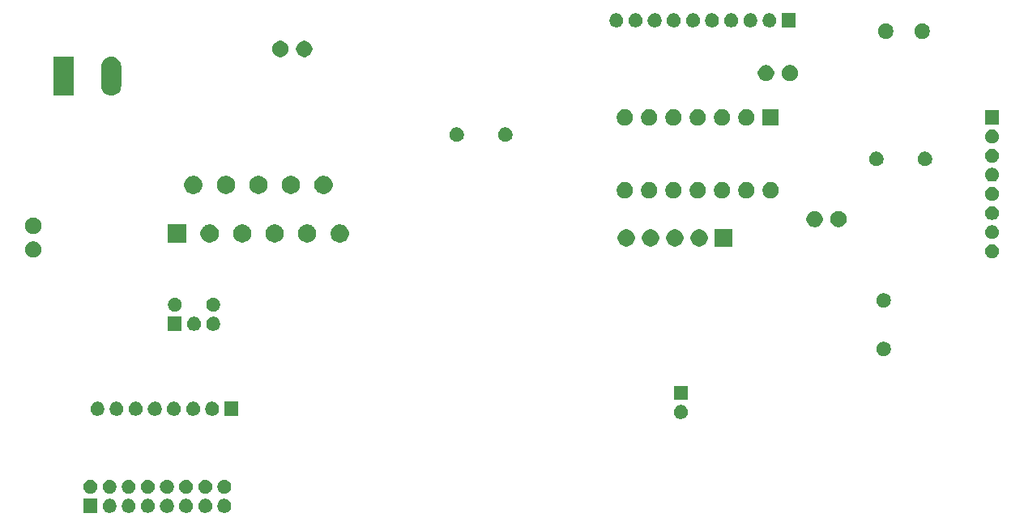
<source format=gbr>
G04 #@! TF.GenerationSoftware,KiCad,Pcbnew,(5.1.5-0-10_14)*
G04 #@! TF.CreationDate,2020-08-23T20:17:24-03:00*
G04 #@! TF.ProjectId,Micros,4d696372-6f73-42e6-9b69-6361645f7063,rev?*
G04 #@! TF.SameCoordinates,Original*
G04 #@! TF.FileFunction,Soldermask,Bot*
G04 #@! TF.FilePolarity,Negative*
%FSLAX46Y46*%
G04 Gerber Fmt 4.6, Leading zero omitted, Abs format (unit mm)*
G04 Created by KiCad (PCBNEW (5.1.5-0-10_14)) date 2020-08-23 20:17:24*
%MOMM*%
%LPD*%
G04 APERTURE LIST*
%ADD10C,0.150000*%
G04 APERTURE END LIST*
D10*
G36*
X100086766Y-151956899D02*
G01*
X100218888Y-152011626D01*
X100218890Y-152011627D01*
X100337798Y-152091079D01*
X100438921Y-152192202D01*
X100438922Y-152192204D01*
X100518374Y-152311112D01*
X100573101Y-152443234D01*
X100601000Y-152583494D01*
X100601000Y-152726506D01*
X100573101Y-152866766D01*
X100518374Y-152998888D01*
X100518373Y-152998890D01*
X100438921Y-153117798D01*
X100337798Y-153218921D01*
X100218890Y-153298373D01*
X100218889Y-153298374D01*
X100218888Y-153298374D01*
X100086766Y-153353101D01*
X99946506Y-153381000D01*
X99803494Y-153381000D01*
X99663234Y-153353101D01*
X99531112Y-153298374D01*
X99531111Y-153298374D01*
X99531110Y-153298373D01*
X99412202Y-153218921D01*
X99311079Y-153117798D01*
X99231627Y-152998890D01*
X99231626Y-152998888D01*
X99176899Y-152866766D01*
X99149000Y-152726506D01*
X99149000Y-152583494D01*
X99176899Y-152443234D01*
X99231626Y-152311112D01*
X99311078Y-152192204D01*
X99311079Y-152192202D01*
X99412202Y-152091079D01*
X99531110Y-152011627D01*
X99531112Y-152011626D01*
X99663234Y-151956899D01*
X99803494Y-151929000D01*
X99946506Y-151929000D01*
X100086766Y-151956899D01*
G37*
G36*
X98086766Y-151956899D02*
G01*
X98218888Y-152011626D01*
X98218890Y-152011627D01*
X98337798Y-152091079D01*
X98438921Y-152192202D01*
X98438922Y-152192204D01*
X98518374Y-152311112D01*
X98573101Y-152443234D01*
X98601000Y-152583494D01*
X98601000Y-152726506D01*
X98573101Y-152866766D01*
X98518374Y-152998888D01*
X98518373Y-152998890D01*
X98438921Y-153117798D01*
X98337798Y-153218921D01*
X98218890Y-153298373D01*
X98218889Y-153298374D01*
X98218888Y-153298374D01*
X98086766Y-153353101D01*
X97946506Y-153381000D01*
X97803494Y-153381000D01*
X97663234Y-153353101D01*
X97531112Y-153298374D01*
X97531111Y-153298374D01*
X97531110Y-153298373D01*
X97412202Y-153218921D01*
X97311079Y-153117798D01*
X97231627Y-152998890D01*
X97231626Y-152998888D01*
X97176899Y-152866766D01*
X97149000Y-152726506D01*
X97149000Y-152583494D01*
X97176899Y-152443234D01*
X97231626Y-152311112D01*
X97311078Y-152192204D01*
X97311079Y-152192202D01*
X97412202Y-152091079D01*
X97531110Y-152011627D01*
X97531112Y-152011626D01*
X97663234Y-151956899D01*
X97803494Y-151929000D01*
X97946506Y-151929000D01*
X98086766Y-151956899D01*
G37*
G36*
X96086766Y-151956899D02*
G01*
X96218888Y-152011626D01*
X96218890Y-152011627D01*
X96337798Y-152091079D01*
X96438921Y-152192202D01*
X96438922Y-152192204D01*
X96518374Y-152311112D01*
X96573101Y-152443234D01*
X96601000Y-152583494D01*
X96601000Y-152726506D01*
X96573101Y-152866766D01*
X96518374Y-152998888D01*
X96518373Y-152998890D01*
X96438921Y-153117798D01*
X96337798Y-153218921D01*
X96218890Y-153298373D01*
X96218889Y-153298374D01*
X96218888Y-153298374D01*
X96086766Y-153353101D01*
X95946506Y-153381000D01*
X95803494Y-153381000D01*
X95663234Y-153353101D01*
X95531112Y-153298374D01*
X95531111Y-153298374D01*
X95531110Y-153298373D01*
X95412202Y-153218921D01*
X95311079Y-153117798D01*
X95231627Y-152998890D01*
X95231626Y-152998888D01*
X95176899Y-152866766D01*
X95149000Y-152726506D01*
X95149000Y-152583494D01*
X95176899Y-152443234D01*
X95231626Y-152311112D01*
X95311078Y-152192204D01*
X95311079Y-152192202D01*
X95412202Y-152091079D01*
X95531110Y-152011627D01*
X95531112Y-152011626D01*
X95663234Y-151956899D01*
X95803494Y-151929000D01*
X95946506Y-151929000D01*
X96086766Y-151956899D01*
G37*
G36*
X94086766Y-151956899D02*
G01*
X94218888Y-152011626D01*
X94218890Y-152011627D01*
X94337798Y-152091079D01*
X94438921Y-152192202D01*
X94438922Y-152192204D01*
X94518374Y-152311112D01*
X94573101Y-152443234D01*
X94601000Y-152583494D01*
X94601000Y-152726506D01*
X94573101Y-152866766D01*
X94518374Y-152998888D01*
X94518373Y-152998890D01*
X94438921Y-153117798D01*
X94337798Y-153218921D01*
X94218890Y-153298373D01*
X94218889Y-153298374D01*
X94218888Y-153298374D01*
X94086766Y-153353101D01*
X93946506Y-153381000D01*
X93803494Y-153381000D01*
X93663234Y-153353101D01*
X93531112Y-153298374D01*
X93531111Y-153298374D01*
X93531110Y-153298373D01*
X93412202Y-153218921D01*
X93311079Y-153117798D01*
X93231627Y-152998890D01*
X93231626Y-152998888D01*
X93176899Y-152866766D01*
X93149000Y-152726506D01*
X93149000Y-152583494D01*
X93176899Y-152443234D01*
X93231626Y-152311112D01*
X93311078Y-152192204D01*
X93311079Y-152192202D01*
X93412202Y-152091079D01*
X93531110Y-152011627D01*
X93531112Y-152011626D01*
X93663234Y-151956899D01*
X93803494Y-151929000D01*
X93946506Y-151929000D01*
X94086766Y-151956899D01*
G37*
G36*
X92086766Y-151956899D02*
G01*
X92218888Y-152011626D01*
X92218890Y-152011627D01*
X92337798Y-152091079D01*
X92438921Y-152192202D01*
X92438922Y-152192204D01*
X92518374Y-152311112D01*
X92573101Y-152443234D01*
X92601000Y-152583494D01*
X92601000Y-152726506D01*
X92573101Y-152866766D01*
X92518374Y-152998888D01*
X92518373Y-152998890D01*
X92438921Y-153117798D01*
X92337798Y-153218921D01*
X92218890Y-153298373D01*
X92218889Y-153298374D01*
X92218888Y-153298374D01*
X92086766Y-153353101D01*
X91946506Y-153381000D01*
X91803494Y-153381000D01*
X91663234Y-153353101D01*
X91531112Y-153298374D01*
X91531111Y-153298374D01*
X91531110Y-153298373D01*
X91412202Y-153218921D01*
X91311079Y-153117798D01*
X91231627Y-152998890D01*
X91231626Y-152998888D01*
X91176899Y-152866766D01*
X91149000Y-152726506D01*
X91149000Y-152583494D01*
X91176899Y-152443234D01*
X91231626Y-152311112D01*
X91311078Y-152192204D01*
X91311079Y-152192202D01*
X91412202Y-152091079D01*
X91531110Y-152011627D01*
X91531112Y-152011626D01*
X91663234Y-151956899D01*
X91803494Y-151929000D01*
X91946506Y-151929000D01*
X92086766Y-151956899D01*
G37*
G36*
X90086766Y-151956899D02*
G01*
X90218888Y-152011626D01*
X90218890Y-152011627D01*
X90337798Y-152091079D01*
X90438921Y-152192202D01*
X90438922Y-152192204D01*
X90518374Y-152311112D01*
X90573101Y-152443234D01*
X90601000Y-152583494D01*
X90601000Y-152726506D01*
X90573101Y-152866766D01*
X90518374Y-152998888D01*
X90518373Y-152998890D01*
X90438921Y-153117798D01*
X90337798Y-153218921D01*
X90218890Y-153298373D01*
X90218889Y-153298374D01*
X90218888Y-153298374D01*
X90086766Y-153353101D01*
X89946506Y-153381000D01*
X89803494Y-153381000D01*
X89663234Y-153353101D01*
X89531112Y-153298374D01*
X89531111Y-153298374D01*
X89531110Y-153298373D01*
X89412202Y-153218921D01*
X89311079Y-153117798D01*
X89231627Y-152998890D01*
X89231626Y-152998888D01*
X89176899Y-152866766D01*
X89149000Y-152726506D01*
X89149000Y-152583494D01*
X89176899Y-152443234D01*
X89231626Y-152311112D01*
X89311078Y-152192204D01*
X89311079Y-152192202D01*
X89412202Y-152091079D01*
X89531110Y-152011627D01*
X89531112Y-152011626D01*
X89663234Y-151956899D01*
X89803494Y-151929000D01*
X89946506Y-151929000D01*
X90086766Y-151956899D01*
G37*
G36*
X88086766Y-151956899D02*
G01*
X88218888Y-152011626D01*
X88218890Y-152011627D01*
X88337798Y-152091079D01*
X88438921Y-152192202D01*
X88438922Y-152192204D01*
X88518374Y-152311112D01*
X88573101Y-152443234D01*
X88601000Y-152583494D01*
X88601000Y-152726506D01*
X88573101Y-152866766D01*
X88518374Y-152998888D01*
X88518373Y-152998890D01*
X88438921Y-153117798D01*
X88337798Y-153218921D01*
X88218890Y-153298373D01*
X88218889Y-153298374D01*
X88218888Y-153298374D01*
X88086766Y-153353101D01*
X87946506Y-153381000D01*
X87803494Y-153381000D01*
X87663234Y-153353101D01*
X87531112Y-153298374D01*
X87531111Y-153298374D01*
X87531110Y-153298373D01*
X87412202Y-153218921D01*
X87311079Y-153117798D01*
X87231627Y-152998890D01*
X87231626Y-152998888D01*
X87176899Y-152866766D01*
X87149000Y-152726506D01*
X87149000Y-152583494D01*
X87176899Y-152443234D01*
X87231626Y-152311112D01*
X87311078Y-152192204D01*
X87311079Y-152192202D01*
X87412202Y-152091079D01*
X87531110Y-152011627D01*
X87531112Y-152011626D01*
X87663234Y-151956899D01*
X87803494Y-151929000D01*
X87946506Y-151929000D01*
X88086766Y-151956899D01*
G37*
G36*
X86601000Y-153381000D02*
G01*
X85149000Y-153381000D01*
X85149000Y-151929000D01*
X86601000Y-151929000D01*
X86601000Y-153381000D01*
G37*
G36*
X86086766Y-149956899D02*
G01*
X86218888Y-150011626D01*
X86218890Y-150011627D01*
X86337798Y-150091079D01*
X86438921Y-150192202D01*
X86438922Y-150192204D01*
X86518374Y-150311112D01*
X86573101Y-150443234D01*
X86601000Y-150583494D01*
X86601000Y-150726506D01*
X86573101Y-150866766D01*
X86518374Y-150998888D01*
X86518373Y-150998890D01*
X86438921Y-151117798D01*
X86337798Y-151218921D01*
X86218890Y-151298373D01*
X86218889Y-151298374D01*
X86218888Y-151298374D01*
X86086766Y-151353101D01*
X85946506Y-151381000D01*
X85803494Y-151381000D01*
X85663234Y-151353101D01*
X85531112Y-151298374D01*
X85531111Y-151298374D01*
X85531110Y-151298373D01*
X85412202Y-151218921D01*
X85311079Y-151117798D01*
X85231627Y-150998890D01*
X85231626Y-150998888D01*
X85176899Y-150866766D01*
X85149000Y-150726506D01*
X85149000Y-150583494D01*
X85176899Y-150443234D01*
X85231626Y-150311112D01*
X85311078Y-150192204D01*
X85311079Y-150192202D01*
X85412202Y-150091079D01*
X85531110Y-150011627D01*
X85531112Y-150011626D01*
X85663234Y-149956899D01*
X85803494Y-149929000D01*
X85946506Y-149929000D01*
X86086766Y-149956899D01*
G37*
G36*
X88086766Y-149956899D02*
G01*
X88218888Y-150011626D01*
X88218890Y-150011627D01*
X88337798Y-150091079D01*
X88438921Y-150192202D01*
X88438922Y-150192204D01*
X88518374Y-150311112D01*
X88573101Y-150443234D01*
X88601000Y-150583494D01*
X88601000Y-150726506D01*
X88573101Y-150866766D01*
X88518374Y-150998888D01*
X88518373Y-150998890D01*
X88438921Y-151117798D01*
X88337798Y-151218921D01*
X88218890Y-151298373D01*
X88218889Y-151298374D01*
X88218888Y-151298374D01*
X88086766Y-151353101D01*
X87946506Y-151381000D01*
X87803494Y-151381000D01*
X87663234Y-151353101D01*
X87531112Y-151298374D01*
X87531111Y-151298374D01*
X87531110Y-151298373D01*
X87412202Y-151218921D01*
X87311079Y-151117798D01*
X87231627Y-150998890D01*
X87231626Y-150998888D01*
X87176899Y-150866766D01*
X87149000Y-150726506D01*
X87149000Y-150583494D01*
X87176899Y-150443234D01*
X87231626Y-150311112D01*
X87311078Y-150192204D01*
X87311079Y-150192202D01*
X87412202Y-150091079D01*
X87531110Y-150011627D01*
X87531112Y-150011626D01*
X87663234Y-149956899D01*
X87803494Y-149929000D01*
X87946506Y-149929000D01*
X88086766Y-149956899D01*
G37*
G36*
X90086766Y-149956899D02*
G01*
X90218888Y-150011626D01*
X90218890Y-150011627D01*
X90337798Y-150091079D01*
X90438921Y-150192202D01*
X90438922Y-150192204D01*
X90518374Y-150311112D01*
X90573101Y-150443234D01*
X90601000Y-150583494D01*
X90601000Y-150726506D01*
X90573101Y-150866766D01*
X90518374Y-150998888D01*
X90518373Y-150998890D01*
X90438921Y-151117798D01*
X90337798Y-151218921D01*
X90218890Y-151298373D01*
X90218889Y-151298374D01*
X90218888Y-151298374D01*
X90086766Y-151353101D01*
X89946506Y-151381000D01*
X89803494Y-151381000D01*
X89663234Y-151353101D01*
X89531112Y-151298374D01*
X89531111Y-151298374D01*
X89531110Y-151298373D01*
X89412202Y-151218921D01*
X89311079Y-151117798D01*
X89231627Y-150998890D01*
X89231626Y-150998888D01*
X89176899Y-150866766D01*
X89149000Y-150726506D01*
X89149000Y-150583494D01*
X89176899Y-150443234D01*
X89231626Y-150311112D01*
X89311078Y-150192204D01*
X89311079Y-150192202D01*
X89412202Y-150091079D01*
X89531110Y-150011627D01*
X89531112Y-150011626D01*
X89663234Y-149956899D01*
X89803494Y-149929000D01*
X89946506Y-149929000D01*
X90086766Y-149956899D01*
G37*
G36*
X92086766Y-149956899D02*
G01*
X92218888Y-150011626D01*
X92218890Y-150011627D01*
X92337798Y-150091079D01*
X92438921Y-150192202D01*
X92438922Y-150192204D01*
X92518374Y-150311112D01*
X92573101Y-150443234D01*
X92601000Y-150583494D01*
X92601000Y-150726506D01*
X92573101Y-150866766D01*
X92518374Y-150998888D01*
X92518373Y-150998890D01*
X92438921Y-151117798D01*
X92337798Y-151218921D01*
X92218890Y-151298373D01*
X92218889Y-151298374D01*
X92218888Y-151298374D01*
X92086766Y-151353101D01*
X91946506Y-151381000D01*
X91803494Y-151381000D01*
X91663234Y-151353101D01*
X91531112Y-151298374D01*
X91531111Y-151298374D01*
X91531110Y-151298373D01*
X91412202Y-151218921D01*
X91311079Y-151117798D01*
X91231627Y-150998890D01*
X91231626Y-150998888D01*
X91176899Y-150866766D01*
X91149000Y-150726506D01*
X91149000Y-150583494D01*
X91176899Y-150443234D01*
X91231626Y-150311112D01*
X91311078Y-150192204D01*
X91311079Y-150192202D01*
X91412202Y-150091079D01*
X91531110Y-150011627D01*
X91531112Y-150011626D01*
X91663234Y-149956899D01*
X91803494Y-149929000D01*
X91946506Y-149929000D01*
X92086766Y-149956899D01*
G37*
G36*
X94086766Y-149956899D02*
G01*
X94218888Y-150011626D01*
X94218890Y-150011627D01*
X94337798Y-150091079D01*
X94438921Y-150192202D01*
X94438922Y-150192204D01*
X94518374Y-150311112D01*
X94573101Y-150443234D01*
X94601000Y-150583494D01*
X94601000Y-150726506D01*
X94573101Y-150866766D01*
X94518374Y-150998888D01*
X94518373Y-150998890D01*
X94438921Y-151117798D01*
X94337798Y-151218921D01*
X94218890Y-151298373D01*
X94218889Y-151298374D01*
X94218888Y-151298374D01*
X94086766Y-151353101D01*
X93946506Y-151381000D01*
X93803494Y-151381000D01*
X93663234Y-151353101D01*
X93531112Y-151298374D01*
X93531111Y-151298374D01*
X93531110Y-151298373D01*
X93412202Y-151218921D01*
X93311079Y-151117798D01*
X93231627Y-150998890D01*
X93231626Y-150998888D01*
X93176899Y-150866766D01*
X93149000Y-150726506D01*
X93149000Y-150583494D01*
X93176899Y-150443234D01*
X93231626Y-150311112D01*
X93311078Y-150192204D01*
X93311079Y-150192202D01*
X93412202Y-150091079D01*
X93531110Y-150011627D01*
X93531112Y-150011626D01*
X93663234Y-149956899D01*
X93803494Y-149929000D01*
X93946506Y-149929000D01*
X94086766Y-149956899D01*
G37*
G36*
X96086766Y-149956899D02*
G01*
X96218888Y-150011626D01*
X96218890Y-150011627D01*
X96337798Y-150091079D01*
X96438921Y-150192202D01*
X96438922Y-150192204D01*
X96518374Y-150311112D01*
X96573101Y-150443234D01*
X96601000Y-150583494D01*
X96601000Y-150726506D01*
X96573101Y-150866766D01*
X96518374Y-150998888D01*
X96518373Y-150998890D01*
X96438921Y-151117798D01*
X96337798Y-151218921D01*
X96218890Y-151298373D01*
X96218889Y-151298374D01*
X96218888Y-151298374D01*
X96086766Y-151353101D01*
X95946506Y-151381000D01*
X95803494Y-151381000D01*
X95663234Y-151353101D01*
X95531112Y-151298374D01*
X95531111Y-151298374D01*
X95531110Y-151298373D01*
X95412202Y-151218921D01*
X95311079Y-151117798D01*
X95231627Y-150998890D01*
X95231626Y-150998888D01*
X95176899Y-150866766D01*
X95149000Y-150726506D01*
X95149000Y-150583494D01*
X95176899Y-150443234D01*
X95231626Y-150311112D01*
X95311078Y-150192204D01*
X95311079Y-150192202D01*
X95412202Y-150091079D01*
X95531110Y-150011627D01*
X95531112Y-150011626D01*
X95663234Y-149956899D01*
X95803494Y-149929000D01*
X95946506Y-149929000D01*
X96086766Y-149956899D01*
G37*
G36*
X100086766Y-149956899D02*
G01*
X100218888Y-150011626D01*
X100218890Y-150011627D01*
X100337798Y-150091079D01*
X100438921Y-150192202D01*
X100438922Y-150192204D01*
X100518374Y-150311112D01*
X100573101Y-150443234D01*
X100601000Y-150583494D01*
X100601000Y-150726506D01*
X100573101Y-150866766D01*
X100518374Y-150998888D01*
X100518373Y-150998890D01*
X100438921Y-151117798D01*
X100337798Y-151218921D01*
X100218890Y-151298373D01*
X100218889Y-151298374D01*
X100218888Y-151298374D01*
X100086766Y-151353101D01*
X99946506Y-151381000D01*
X99803494Y-151381000D01*
X99663234Y-151353101D01*
X99531112Y-151298374D01*
X99531111Y-151298374D01*
X99531110Y-151298373D01*
X99412202Y-151218921D01*
X99311079Y-151117798D01*
X99231627Y-150998890D01*
X99231626Y-150998888D01*
X99176899Y-150866766D01*
X99149000Y-150726506D01*
X99149000Y-150583494D01*
X99176899Y-150443234D01*
X99231626Y-150311112D01*
X99311078Y-150192204D01*
X99311079Y-150192202D01*
X99412202Y-150091079D01*
X99531110Y-150011627D01*
X99531112Y-150011626D01*
X99663234Y-149956899D01*
X99803494Y-149929000D01*
X99946506Y-149929000D01*
X100086766Y-149956899D01*
G37*
G36*
X98086766Y-149956899D02*
G01*
X98218888Y-150011626D01*
X98218890Y-150011627D01*
X98337798Y-150091079D01*
X98438921Y-150192202D01*
X98438922Y-150192204D01*
X98518374Y-150311112D01*
X98573101Y-150443234D01*
X98601000Y-150583494D01*
X98601000Y-150726506D01*
X98573101Y-150866766D01*
X98518374Y-150998888D01*
X98518373Y-150998890D01*
X98438921Y-151117798D01*
X98337798Y-151218921D01*
X98218890Y-151298373D01*
X98218889Y-151298374D01*
X98218888Y-151298374D01*
X98086766Y-151353101D01*
X97946506Y-151381000D01*
X97803494Y-151381000D01*
X97663234Y-151353101D01*
X97531112Y-151298374D01*
X97531111Y-151298374D01*
X97531110Y-151298373D01*
X97412202Y-151218921D01*
X97311079Y-151117798D01*
X97231627Y-150998890D01*
X97231626Y-150998888D01*
X97176899Y-150866766D01*
X97149000Y-150726506D01*
X97149000Y-150583494D01*
X97176899Y-150443234D01*
X97231626Y-150311112D01*
X97311078Y-150192204D01*
X97311079Y-150192202D01*
X97412202Y-150091079D01*
X97531110Y-150011627D01*
X97531112Y-150011626D01*
X97663234Y-149956899D01*
X97803494Y-149929000D01*
X97946506Y-149929000D01*
X98086766Y-149956899D01*
G37*
G36*
X147786766Y-142136899D02*
G01*
X147918888Y-142191626D01*
X147918890Y-142191627D01*
X148037798Y-142271079D01*
X148138921Y-142372202D01*
X148138922Y-142372204D01*
X148218374Y-142491112D01*
X148273101Y-142623234D01*
X148301000Y-142763494D01*
X148301000Y-142906506D01*
X148273101Y-143046766D01*
X148218374Y-143178888D01*
X148218373Y-143178890D01*
X148138921Y-143297798D01*
X148037798Y-143398921D01*
X147918890Y-143478373D01*
X147918889Y-143478374D01*
X147918888Y-143478374D01*
X147786766Y-143533101D01*
X147646506Y-143561000D01*
X147503494Y-143561000D01*
X147363234Y-143533101D01*
X147231112Y-143478374D01*
X147231111Y-143478374D01*
X147231110Y-143478373D01*
X147112202Y-143398921D01*
X147011079Y-143297798D01*
X146931627Y-143178890D01*
X146931626Y-143178888D01*
X146876899Y-143046766D01*
X146849000Y-142906506D01*
X146849000Y-142763494D01*
X146876899Y-142623234D01*
X146931626Y-142491112D01*
X147011078Y-142372204D01*
X147011079Y-142372202D01*
X147112202Y-142271079D01*
X147231110Y-142191627D01*
X147231112Y-142191626D01*
X147363234Y-142136899D01*
X147503494Y-142109000D01*
X147646506Y-142109000D01*
X147786766Y-142136899D01*
G37*
G36*
X101331000Y-143221000D02*
G01*
X99879000Y-143221000D01*
X99879000Y-141769000D01*
X101331000Y-141769000D01*
X101331000Y-143221000D01*
G37*
G36*
X98816766Y-141796899D02*
G01*
X98948888Y-141851626D01*
X98948890Y-141851627D01*
X99067798Y-141931079D01*
X99168921Y-142032202D01*
X99168922Y-142032204D01*
X99248374Y-142151112D01*
X99303101Y-142283234D01*
X99331000Y-142423494D01*
X99331000Y-142566506D01*
X99303101Y-142706766D01*
X99248374Y-142838888D01*
X99248373Y-142838890D01*
X99168921Y-142957798D01*
X99067798Y-143058921D01*
X98948890Y-143138373D01*
X98948889Y-143138374D01*
X98948888Y-143138374D01*
X98816766Y-143193101D01*
X98676506Y-143221000D01*
X98533494Y-143221000D01*
X98393234Y-143193101D01*
X98261112Y-143138374D01*
X98261111Y-143138374D01*
X98261110Y-143138373D01*
X98142202Y-143058921D01*
X98041079Y-142957798D01*
X97961627Y-142838890D01*
X97961626Y-142838888D01*
X97906899Y-142706766D01*
X97879000Y-142566506D01*
X97879000Y-142423494D01*
X97906899Y-142283234D01*
X97961626Y-142151112D01*
X98041078Y-142032204D01*
X98041079Y-142032202D01*
X98142202Y-141931079D01*
X98261110Y-141851627D01*
X98261112Y-141851626D01*
X98393234Y-141796899D01*
X98533494Y-141769000D01*
X98676506Y-141769000D01*
X98816766Y-141796899D01*
G37*
G36*
X86816766Y-141796899D02*
G01*
X86948888Y-141851626D01*
X86948890Y-141851627D01*
X87067798Y-141931079D01*
X87168921Y-142032202D01*
X87168922Y-142032204D01*
X87248374Y-142151112D01*
X87303101Y-142283234D01*
X87331000Y-142423494D01*
X87331000Y-142566506D01*
X87303101Y-142706766D01*
X87248374Y-142838888D01*
X87248373Y-142838890D01*
X87168921Y-142957798D01*
X87067798Y-143058921D01*
X86948890Y-143138373D01*
X86948889Y-143138374D01*
X86948888Y-143138374D01*
X86816766Y-143193101D01*
X86676506Y-143221000D01*
X86533494Y-143221000D01*
X86393234Y-143193101D01*
X86261112Y-143138374D01*
X86261111Y-143138374D01*
X86261110Y-143138373D01*
X86142202Y-143058921D01*
X86041079Y-142957798D01*
X85961627Y-142838890D01*
X85961626Y-142838888D01*
X85906899Y-142706766D01*
X85879000Y-142566506D01*
X85879000Y-142423494D01*
X85906899Y-142283234D01*
X85961626Y-142151112D01*
X86041078Y-142032204D01*
X86041079Y-142032202D01*
X86142202Y-141931079D01*
X86261110Y-141851627D01*
X86261112Y-141851626D01*
X86393234Y-141796899D01*
X86533494Y-141769000D01*
X86676506Y-141769000D01*
X86816766Y-141796899D01*
G37*
G36*
X88816766Y-141796899D02*
G01*
X88948888Y-141851626D01*
X88948890Y-141851627D01*
X89067798Y-141931079D01*
X89168921Y-142032202D01*
X89168922Y-142032204D01*
X89248374Y-142151112D01*
X89303101Y-142283234D01*
X89331000Y-142423494D01*
X89331000Y-142566506D01*
X89303101Y-142706766D01*
X89248374Y-142838888D01*
X89248373Y-142838890D01*
X89168921Y-142957798D01*
X89067798Y-143058921D01*
X88948890Y-143138373D01*
X88948889Y-143138374D01*
X88948888Y-143138374D01*
X88816766Y-143193101D01*
X88676506Y-143221000D01*
X88533494Y-143221000D01*
X88393234Y-143193101D01*
X88261112Y-143138374D01*
X88261111Y-143138374D01*
X88261110Y-143138373D01*
X88142202Y-143058921D01*
X88041079Y-142957798D01*
X87961627Y-142838890D01*
X87961626Y-142838888D01*
X87906899Y-142706766D01*
X87879000Y-142566506D01*
X87879000Y-142423494D01*
X87906899Y-142283234D01*
X87961626Y-142151112D01*
X88041078Y-142032204D01*
X88041079Y-142032202D01*
X88142202Y-141931079D01*
X88261110Y-141851627D01*
X88261112Y-141851626D01*
X88393234Y-141796899D01*
X88533494Y-141769000D01*
X88676506Y-141769000D01*
X88816766Y-141796899D01*
G37*
G36*
X90816766Y-141796899D02*
G01*
X90948888Y-141851626D01*
X90948890Y-141851627D01*
X91067798Y-141931079D01*
X91168921Y-142032202D01*
X91168922Y-142032204D01*
X91248374Y-142151112D01*
X91303101Y-142283234D01*
X91331000Y-142423494D01*
X91331000Y-142566506D01*
X91303101Y-142706766D01*
X91248374Y-142838888D01*
X91248373Y-142838890D01*
X91168921Y-142957798D01*
X91067798Y-143058921D01*
X90948890Y-143138373D01*
X90948889Y-143138374D01*
X90948888Y-143138374D01*
X90816766Y-143193101D01*
X90676506Y-143221000D01*
X90533494Y-143221000D01*
X90393234Y-143193101D01*
X90261112Y-143138374D01*
X90261111Y-143138374D01*
X90261110Y-143138373D01*
X90142202Y-143058921D01*
X90041079Y-142957798D01*
X89961627Y-142838890D01*
X89961626Y-142838888D01*
X89906899Y-142706766D01*
X89879000Y-142566506D01*
X89879000Y-142423494D01*
X89906899Y-142283234D01*
X89961626Y-142151112D01*
X90041078Y-142032204D01*
X90041079Y-142032202D01*
X90142202Y-141931079D01*
X90261110Y-141851627D01*
X90261112Y-141851626D01*
X90393234Y-141796899D01*
X90533494Y-141769000D01*
X90676506Y-141769000D01*
X90816766Y-141796899D01*
G37*
G36*
X92816766Y-141796899D02*
G01*
X92948888Y-141851626D01*
X92948890Y-141851627D01*
X93067798Y-141931079D01*
X93168921Y-142032202D01*
X93168922Y-142032204D01*
X93248374Y-142151112D01*
X93303101Y-142283234D01*
X93331000Y-142423494D01*
X93331000Y-142566506D01*
X93303101Y-142706766D01*
X93248374Y-142838888D01*
X93248373Y-142838890D01*
X93168921Y-142957798D01*
X93067798Y-143058921D01*
X92948890Y-143138373D01*
X92948889Y-143138374D01*
X92948888Y-143138374D01*
X92816766Y-143193101D01*
X92676506Y-143221000D01*
X92533494Y-143221000D01*
X92393234Y-143193101D01*
X92261112Y-143138374D01*
X92261111Y-143138374D01*
X92261110Y-143138373D01*
X92142202Y-143058921D01*
X92041079Y-142957798D01*
X91961627Y-142838890D01*
X91961626Y-142838888D01*
X91906899Y-142706766D01*
X91879000Y-142566506D01*
X91879000Y-142423494D01*
X91906899Y-142283234D01*
X91961626Y-142151112D01*
X92041078Y-142032204D01*
X92041079Y-142032202D01*
X92142202Y-141931079D01*
X92261110Y-141851627D01*
X92261112Y-141851626D01*
X92393234Y-141796899D01*
X92533494Y-141769000D01*
X92676506Y-141769000D01*
X92816766Y-141796899D01*
G37*
G36*
X94816766Y-141796899D02*
G01*
X94948888Y-141851626D01*
X94948890Y-141851627D01*
X95067798Y-141931079D01*
X95168921Y-142032202D01*
X95168922Y-142032204D01*
X95248374Y-142151112D01*
X95303101Y-142283234D01*
X95331000Y-142423494D01*
X95331000Y-142566506D01*
X95303101Y-142706766D01*
X95248374Y-142838888D01*
X95248373Y-142838890D01*
X95168921Y-142957798D01*
X95067798Y-143058921D01*
X94948890Y-143138373D01*
X94948889Y-143138374D01*
X94948888Y-143138374D01*
X94816766Y-143193101D01*
X94676506Y-143221000D01*
X94533494Y-143221000D01*
X94393234Y-143193101D01*
X94261112Y-143138374D01*
X94261111Y-143138374D01*
X94261110Y-143138373D01*
X94142202Y-143058921D01*
X94041079Y-142957798D01*
X93961627Y-142838890D01*
X93961626Y-142838888D01*
X93906899Y-142706766D01*
X93879000Y-142566506D01*
X93879000Y-142423494D01*
X93906899Y-142283234D01*
X93961626Y-142151112D01*
X94041078Y-142032204D01*
X94041079Y-142032202D01*
X94142202Y-141931079D01*
X94261110Y-141851627D01*
X94261112Y-141851626D01*
X94393234Y-141796899D01*
X94533494Y-141769000D01*
X94676506Y-141769000D01*
X94816766Y-141796899D01*
G37*
G36*
X96816766Y-141796899D02*
G01*
X96948888Y-141851626D01*
X96948890Y-141851627D01*
X97067798Y-141931079D01*
X97168921Y-142032202D01*
X97168922Y-142032204D01*
X97248374Y-142151112D01*
X97303101Y-142283234D01*
X97331000Y-142423494D01*
X97331000Y-142566506D01*
X97303101Y-142706766D01*
X97248374Y-142838888D01*
X97248373Y-142838890D01*
X97168921Y-142957798D01*
X97067798Y-143058921D01*
X96948890Y-143138373D01*
X96948889Y-143138374D01*
X96948888Y-143138374D01*
X96816766Y-143193101D01*
X96676506Y-143221000D01*
X96533494Y-143221000D01*
X96393234Y-143193101D01*
X96261112Y-143138374D01*
X96261111Y-143138374D01*
X96261110Y-143138373D01*
X96142202Y-143058921D01*
X96041079Y-142957798D01*
X95961627Y-142838890D01*
X95961626Y-142838888D01*
X95906899Y-142706766D01*
X95879000Y-142566506D01*
X95879000Y-142423494D01*
X95906899Y-142283234D01*
X95961626Y-142151112D01*
X96041078Y-142032204D01*
X96041079Y-142032202D01*
X96142202Y-141931079D01*
X96261110Y-141851627D01*
X96261112Y-141851626D01*
X96393234Y-141796899D01*
X96533494Y-141769000D01*
X96676506Y-141769000D01*
X96816766Y-141796899D01*
G37*
G36*
X148301000Y-141561000D02*
G01*
X146849000Y-141561000D01*
X146849000Y-140109000D01*
X148301000Y-140109000D01*
X148301000Y-141561000D01*
G37*
G36*
X168994059Y-135512860D02*
G01*
X169130732Y-135569472D01*
X169253735Y-135651660D01*
X169358340Y-135756265D01*
X169440528Y-135879268D01*
X169497140Y-136015941D01*
X169526000Y-136161033D01*
X169526000Y-136308967D01*
X169497140Y-136454059D01*
X169440528Y-136590732D01*
X169358340Y-136713735D01*
X169253735Y-136818340D01*
X169130732Y-136900528D01*
X169130731Y-136900529D01*
X169130730Y-136900529D01*
X168994059Y-136957140D01*
X168848968Y-136986000D01*
X168701032Y-136986000D01*
X168555941Y-136957140D01*
X168419270Y-136900529D01*
X168419269Y-136900529D01*
X168419268Y-136900528D01*
X168296265Y-136818340D01*
X168191660Y-136713735D01*
X168109472Y-136590732D01*
X168052860Y-136454059D01*
X168024000Y-136308967D01*
X168024000Y-136161033D01*
X168052860Y-136015941D01*
X168109472Y-135879268D01*
X168191660Y-135756265D01*
X168296265Y-135651660D01*
X168419268Y-135569472D01*
X168555941Y-135512860D01*
X168701032Y-135484000D01*
X168848968Y-135484000D01*
X168994059Y-135512860D01*
G37*
G36*
X95431000Y-134331000D02*
G01*
X93979000Y-134331000D01*
X93979000Y-132879000D01*
X95431000Y-132879000D01*
X95431000Y-134331000D01*
G37*
G36*
X98916766Y-132906899D02*
G01*
X99048888Y-132961626D01*
X99048890Y-132961627D01*
X99167798Y-133041079D01*
X99268921Y-133142202D01*
X99268922Y-133142204D01*
X99348374Y-133261112D01*
X99403101Y-133393234D01*
X99431000Y-133533494D01*
X99431000Y-133676506D01*
X99403101Y-133816766D01*
X99348374Y-133948888D01*
X99348373Y-133948890D01*
X99268921Y-134067798D01*
X99167798Y-134168921D01*
X99048890Y-134248373D01*
X99048889Y-134248374D01*
X99048888Y-134248374D01*
X98916766Y-134303101D01*
X98776506Y-134331000D01*
X98633494Y-134331000D01*
X98493234Y-134303101D01*
X98361112Y-134248374D01*
X98361111Y-134248374D01*
X98361110Y-134248373D01*
X98242202Y-134168921D01*
X98141079Y-134067798D01*
X98061627Y-133948890D01*
X98061626Y-133948888D01*
X98006899Y-133816766D01*
X97979000Y-133676506D01*
X97979000Y-133533494D01*
X98006899Y-133393234D01*
X98061626Y-133261112D01*
X98141078Y-133142204D01*
X98141079Y-133142202D01*
X98242202Y-133041079D01*
X98361110Y-132961627D01*
X98361112Y-132961626D01*
X98493234Y-132906899D01*
X98633494Y-132879000D01*
X98776506Y-132879000D01*
X98916766Y-132906899D01*
G37*
G36*
X96916766Y-132906899D02*
G01*
X97048888Y-132961626D01*
X97048890Y-132961627D01*
X97167798Y-133041079D01*
X97268921Y-133142202D01*
X97268922Y-133142204D01*
X97348374Y-133261112D01*
X97403101Y-133393234D01*
X97431000Y-133533494D01*
X97431000Y-133676506D01*
X97403101Y-133816766D01*
X97348374Y-133948888D01*
X97348373Y-133948890D01*
X97268921Y-134067798D01*
X97167798Y-134168921D01*
X97048890Y-134248373D01*
X97048889Y-134248374D01*
X97048888Y-134248374D01*
X96916766Y-134303101D01*
X96776506Y-134331000D01*
X96633494Y-134331000D01*
X96493234Y-134303101D01*
X96361112Y-134248374D01*
X96361111Y-134248374D01*
X96361110Y-134248373D01*
X96242202Y-134168921D01*
X96141079Y-134067798D01*
X96061627Y-133948890D01*
X96061626Y-133948888D01*
X96006899Y-133816766D01*
X95979000Y-133676506D01*
X95979000Y-133533494D01*
X96006899Y-133393234D01*
X96061626Y-133261112D01*
X96141078Y-133142204D01*
X96141079Y-133142202D01*
X96242202Y-133041079D01*
X96361110Y-132961627D01*
X96361112Y-132961626D01*
X96493234Y-132906899D01*
X96633494Y-132879000D01*
X96776506Y-132879000D01*
X96916766Y-132906899D01*
G37*
G36*
X98916766Y-130906899D02*
G01*
X99048888Y-130961626D01*
X99048890Y-130961627D01*
X99167798Y-131041079D01*
X99268921Y-131142202D01*
X99326896Y-131228968D01*
X99348374Y-131261112D01*
X99403101Y-131393234D01*
X99431000Y-131533494D01*
X99431000Y-131676506D01*
X99403101Y-131816766D01*
X99348374Y-131948888D01*
X99348373Y-131948890D01*
X99268921Y-132067798D01*
X99167798Y-132168921D01*
X99048890Y-132248373D01*
X99048889Y-132248374D01*
X99048888Y-132248374D01*
X98916766Y-132303101D01*
X98776506Y-132331000D01*
X98633494Y-132331000D01*
X98493234Y-132303101D01*
X98361112Y-132248374D01*
X98361111Y-132248374D01*
X98361110Y-132248373D01*
X98242202Y-132168921D01*
X98141079Y-132067798D01*
X98061627Y-131948890D01*
X98061626Y-131948888D01*
X98006899Y-131816766D01*
X97979000Y-131676506D01*
X97979000Y-131533494D01*
X98006899Y-131393234D01*
X98061626Y-131261112D01*
X98083104Y-131228968D01*
X98141079Y-131142202D01*
X98242202Y-131041079D01*
X98361110Y-130961627D01*
X98361112Y-130961626D01*
X98493234Y-130906899D01*
X98633494Y-130879000D01*
X98776506Y-130879000D01*
X98916766Y-130906899D01*
G37*
G36*
X94916766Y-130906899D02*
G01*
X95048888Y-130961626D01*
X95048890Y-130961627D01*
X95167798Y-131041079D01*
X95268921Y-131142202D01*
X95326896Y-131228968D01*
X95348374Y-131261112D01*
X95403101Y-131393234D01*
X95431000Y-131533494D01*
X95431000Y-131676506D01*
X95403101Y-131816766D01*
X95348374Y-131948888D01*
X95348373Y-131948890D01*
X95268921Y-132067798D01*
X95167798Y-132168921D01*
X95048890Y-132248373D01*
X95048889Y-132248374D01*
X95048888Y-132248374D01*
X94916766Y-132303101D01*
X94776506Y-132331000D01*
X94633494Y-132331000D01*
X94493234Y-132303101D01*
X94361112Y-132248374D01*
X94361111Y-132248374D01*
X94361110Y-132248373D01*
X94242202Y-132168921D01*
X94141079Y-132067798D01*
X94061627Y-131948890D01*
X94061626Y-131948888D01*
X94006899Y-131816766D01*
X93979000Y-131676506D01*
X93979000Y-131533494D01*
X94006899Y-131393234D01*
X94061626Y-131261112D01*
X94083104Y-131228968D01*
X94141079Y-131142202D01*
X94242202Y-131041079D01*
X94361110Y-130961627D01*
X94361112Y-130961626D01*
X94493234Y-130906899D01*
X94633494Y-130879000D01*
X94776506Y-130879000D01*
X94916766Y-130906899D01*
G37*
G36*
X168994059Y-130432860D02*
G01*
X169130732Y-130489472D01*
X169253735Y-130571660D01*
X169358340Y-130676265D01*
X169358341Y-130676267D01*
X169440529Y-130799270D01*
X169497140Y-130935941D01*
X169526000Y-131081032D01*
X169526000Y-131228968D01*
X169519606Y-131261112D01*
X169497140Y-131374059D01*
X169440528Y-131510732D01*
X169358340Y-131633735D01*
X169253735Y-131738340D01*
X169130732Y-131820528D01*
X169130731Y-131820529D01*
X169130730Y-131820529D01*
X168994059Y-131877140D01*
X168848968Y-131906000D01*
X168701032Y-131906000D01*
X168555941Y-131877140D01*
X168419270Y-131820529D01*
X168419269Y-131820529D01*
X168419268Y-131820528D01*
X168296265Y-131738340D01*
X168191660Y-131633735D01*
X168109472Y-131510732D01*
X168052860Y-131374059D01*
X168030394Y-131261112D01*
X168024000Y-131228968D01*
X168024000Y-131081032D01*
X168052860Y-130935941D01*
X168109471Y-130799270D01*
X168191659Y-130676267D01*
X168191660Y-130676265D01*
X168296265Y-130571660D01*
X168419268Y-130489472D01*
X168555941Y-130432860D01*
X168701032Y-130404000D01*
X168848968Y-130404000D01*
X168994059Y-130432860D01*
G37*
G36*
X180316766Y-125316899D02*
G01*
X180448888Y-125371626D01*
X180448890Y-125371627D01*
X180567798Y-125451079D01*
X180668921Y-125552202D01*
X180748373Y-125671110D01*
X180748374Y-125671112D01*
X180803101Y-125803234D01*
X180831000Y-125943494D01*
X180831000Y-126086506D01*
X180803101Y-126226766D01*
X180748374Y-126358888D01*
X180748373Y-126358890D01*
X180668921Y-126477798D01*
X180567798Y-126578921D01*
X180448890Y-126658373D01*
X180448889Y-126658374D01*
X180448888Y-126658374D01*
X180316766Y-126713101D01*
X180176506Y-126741000D01*
X180033494Y-126741000D01*
X179893234Y-126713101D01*
X179761112Y-126658374D01*
X179761111Y-126658374D01*
X179761110Y-126658373D01*
X179642202Y-126578921D01*
X179541079Y-126477798D01*
X179461627Y-126358890D01*
X179461626Y-126358888D01*
X179406899Y-126226766D01*
X179379000Y-126086506D01*
X179379000Y-125943494D01*
X179406899Y-125803234D01*
X179461626Y-125671112D01*
X179461627Y-125671110D01*
X179541079Y-125552202D01*
X179642202Y-125451079D01*
X179761110Y-125371627D01*
X179761112Y-125371626D01*
X179893234Y-125316899D01*
X180033494Y-125289000D01*
X180176506Y-125289000D01*
X180316766Y-125316899D01*
G37*
G36*
X80153228Y-125026703D02*
G01*
X80308100Y-125090853D01*
X80447481Y-125183985D01*
X80566015Y-125302519D01*
X80659147Y-125441900D01*
X80723297Y-125596772D01*
X80756000Y-125761184D01*
X80756000Y-125928816D01*
X80723297Y-126093228D01*
X80659147Y-126248100D01*
X80566015Y-126387481D01*
X80447481Y-126506015D01*
X80308100Y-126599147D01*
X80153228Y-126663297D01*
X79988816Y-126696000D01*
X79821184Y-126696000D01*
X79656772Y-126663297D01*
X79501900Y-126599147D01*
X79362519Y-126506015D01*
X79243985Y-126387481D01*
X79150853Y-126248100D01*
X79086703Y-126093228D01*
X79054000Y-125928816D01*
X79054000Y-125761184D01*
X79086703Y-125596772D01*
X79150853Y-125441900D01*
X79243985Y-125302519D01*
X79362519Y-125183985D01*
X79501900Y-125090853D01*
X79656772Y-125026703D01*
X79821184Y-124994000D01*
X79988816Y-124994000D01*
X80153228Y-125026703D01*
G37*
G36*
X152936000Y-125526000D02*
G01*
X151134000Y-125526000D01*
X151134000Y-123724000D01*
X152936000Y-123724000D01*
X152936000Y-125526000D01*
G37*
G36*
X149608512Y-123728927D02*
G01*
X149757812Y-123758624D01*
X149921784Y-123826544D01*
X150069354Y-123925147D01*
X150194853Y-124050646D01*
X150293456Y-124198216D01*
X150361376Y-124362188D01*
X150396000Y-124536259D01*
X150396000Y-124713741D01*
X150361376Y-124887812D01*
X150293456Y-125051784D01*
X150194853Y-125199354D01*
X150069354Y-125324853D01*
X149921784Y-125423456D01*
X149757812Y-125491376D01*
X149608512Y-125521073D01*
X149583742Y-125526000D01*
X149406258Y-125526000D01*
X149381488Y-125521073D01*
X149232188Y-125491376D01*
X149068216Y-125423456D01*
X148920646Y-125324853D01*
X148795147Y-125199354D01*
X148696544Y-125051784D01*
X148628624Y-124887812D01*
X148594000Y-124713741D01*
X148594000Y-124536259D01*
X148628624Y-124362188D01*
X148696544Y-124198216D01*
X148795147Y-124050646D01*
X148920646Y-123925147D01*
X149068216Y-123826544D01*
X149232188Y-123758624D01*
X149381488Y-123728927D01*
X149406258Y-123724000D01*
X149583742Y-123724000D01*
X149608512Y-123728927D01*
G37*
G36*
X147068512Y-123728927D02*
G01*
X147217812Y-123758624D01*
X147381784Y-123826544D01*
X147529354Y-123925147D01*
X147654853Y-124050646D01*
X147753456Y-124198216D01*
X147821376Y-124362188D01*
X147856000Y-124536259D01*
X147856000Y-124713741D01*
X147821376Y-124887812D01*
X147753456Y-125051784D01*
X147654853Y-125199354D01*
X147529354Y-125324853D01*
X147381784Y-125423456D01*
X147217812Y-125491376D01*
X147068512Y-125521073D01*
X147043742Y-125526000D01*
X146866258Y-125526000D01*
X146841488Y-125521073D01*
X146692188Y-125491376D01*
X146528216Y-125423456D01*
X146380646Y-125324853D01*
X146255147Y-125199354D01*
X146156544Y-125051784D01*
X146088624Y-124887812D01*
X146054000Y-124713741D01*
X146054000Y-124536259D01*
X146088624Y-124362188D01*
X146156544Y-124198216D01*
X146255147Y-124050646D01*
X146380646Y-123925147D01*
X146528216Y-123826544D01*
X146692188Y-123758624D01*
X146841488Y-123728927D01*
X146866258Y-123724000D01*
X147043742Y-123724000D01*
X147068512Y-123728927D01*
G37*
G36*
X144528512Y-123728927D02*
G01*
X144677812Y-123758624D01*
X144841784Y-123826544D01*
X144989354Y-123925147D01*
X145114853Y-124050646D01*
X145213456Y-124198216D01*
X145281376Y-124362188D01*
X145316000Y-124536259D01*
X145316000Y-124713741D01*
X145281376Y-124887812D01*
X145213456Y-125051784D01*
X145114853Y-125199354D01*
X144989354Y-125324853D01*
X144841784Y-125423456D01*
X144677812Y-125491376D01*
X144528512Y-125521073D01*
X144503742Y-125526000D01*
X144326258Y-125526000D01*
X144301488Y-125521073D01*
X144152188Y-125491376D01*
X143988216Y-125423456D01*
X143840646Y-125324853D01*
X143715147Y-125199354D01*
X143616544Y-125051784D01*
X143548624Y-124887812D01*
X143514000Y-124713741D01*
X143514000Y-124536259D01*
X143548624Y-124362188D01*
X143616544Y-124198216D01*
X143715147Y-124050646D01*
X143840646Y-123925147D01*
X143988216Y-123826544D01*
X144152188Y-123758624D01*
X144301488Y-123728927D01*
X144326258Y-123724000D01*
X144503742Y-123724000D01*
X144528512Y-123728927D01*
G37*
G36*
X141988512Y-123728927D02*
G01*
X142137812Y-123758624D01*
X142301784Y-123826544D01*
X142449354Y-123925147D01*
X142574853Y-124050646D01*
X142673456Y-124198216D01*
X142741376Y-124362188D01*
X142776000Y-124536259D01*
X142776000Y-124713741D01*
X142741376Y-124887812D01*
X142673456Y-125051784D01*
X142574853Y-125199354D01*
X142449354Y-125324853D01*
X142301784Y-125423456D01*
X142137812Y-125491376D01*
X141988512Y-125521073D01*
X141963742Y-125526000D01*
X141786258Y-125526000D01*
X141761488Y-125521073D01*
X141612188Y-125491376D01*
X141448216Y-125423456D01*
X141300646Y-125324853D01*
X141175147Y-125199354D01*
X141076544Y-125051784D01*
X141008624Y-124887812D01*
X140974000Y-124713741D01*
X140974000Y-124536259D01*
X141008624Y-124362188D01*
X141076544Y-124198216D01*
X141175147Y-124050646D01*
X141300646Y-123925147D01*
X141448216Y-123826544D01*
X141612188Y-123758624D01*
X141761488Y-123728927D01*
X141786258Y-123724000D01*
X141963742Y-123724000D01*
X141988512Y-123728927D01*
G37*
G36*
X112212395Y-123240546D02*
G01*
X112385466Y-123312234D01*
X112392449Y-123316900D01*
X112541227Y-123416310D01*
X112673690Y-123548773D01*
X112703394Y-123593228D01*
X112777766Y-123704534D01*
X112849454Y-123877605D01*
X112886000Y-124061333D01*
X112886000Y-124248667D01*
X112849454Y-124432395D01*
X112777766Y-124605466D01*
X112777765Y-124605467D01*
X112673690Y-124761227D01*
X112541227Y-124893690D01*
X112462818Y-124946081D01*
X112385466Y-124997766D01*
X112212395Y-125069454D01*
X112028667Y-125106000D01*
X111841333Y-125106000D01*
X111657605Y-125069454D01*
X111484534Y-124997766D01*
X111407182Y-124946081D01*
X111328773Y-124893690D01*
X111196310Y-124761227D01*
X111092235Y-124605467D01*
X111092234Y-124605466D01*
X111020546Y-124432395D01*
X110984000Y-124248667D01*
X110984000Y-124061333D01*
X111020546Y-123877605D01*
X111092234Y-123704534D01*
X111166606Y-123593228D01*
X111196310Y-123548773D01*
X111328773Y-123416310D01*
X111477551Y-123316900D01*
X111484534Y-123312234D01*
X111657605Y-123240546D01*
X111841333Y-123204000D01*
X112028667Y-123204000D01*
X112212395Y-123240546D01*
G37*
G36*
X108812395Y-123240546D02*
G01*
X108985466Y-123312234D01*
X108992449Y-123316900D01*
X109141227Y-123416310D01*
X109273690Y-123548773D01*
X109303394Y-123593228D01*
X109377766Y-123704534D01*
X109449454Y-123877605D01*
X109486000Y-124061333D01*
X109486000Y-124248667D01*
X109449454Y-124432395D01*
X109377766Y-124605466D01*
X109377765Y-124605467D01*
X109273690Y-124761227D01*
X109141227Y-124893690D01*
X109062818Y-124946081D01*
X108985466Y-124997766D01*
X108812395Y-125069454D01*
X108628667Y-125106000D01*
X108441333Y-125106000D01*
X108257605Y-125069454D01*
X108084534Y-124997766D01*
X108007182Y-124946081D01*
X107928773Y-124893690D01*
X107796310Y-124761227D01*
X107692235Y-124605467D01*
X107692234Y-124605466D01*
X107620546Y-124432395D01*
X107584000Y-124248667D01*
X107584000Y-124061333D01*
X107620546Y-123877605D01*
X107692234Y-123704534D01*
X107766606Y-123593228D01*
X107796310Y-123548773D01*
X107928773Y-123416310D01*
X108077551Y-123316900D01*
X108084534Y-123312234D01*
X108257605Y-123240546D01*
X108441333Y-123204000D01*
X108628667Y-123204000D01*
X108812395Y-123240546D01*
G37*
G36*
X105412395Y-123240546D02*
G01*
X105585466Y-123312234D01*
X105592449Y-123316900D01*
X105741227Y-123416310D01*
X105873690Y-123548773D01*
X105903394Y-123593228D01*
X105977766Y-123704534D01*
X106049454Y-123877605D01*
X106086000Y-124061333D01*
X106086000Y-124248667D01*
X106049454Y-124432395D01*
X105977766Y-124605466D01*
X105977765Y-124605467D01*
X105873690Y-124761227D01*
X105741227Y-124893690D01*
X105662818Y-124946081D01*
X105585466Y-124997766D01*
X105412395Y-125069454D01*
X105228667Y-125106000D01*
X105041333Y-125106000D01*
X104857605Y-125069454D01*
X104684534Y-124997766D01*
X104607182Y-124946081D01*
X104528773Y-124893690D01*
X104396310Y-124761227D01*
X104292235Y-124605467D01*
X104292234Y-124605466D01*
X104220546Y-124432395D01*
X104184000Y-124248667D01*
X104184000Y-124061333D01*
X104220546Y-123877605D01*
X104292234Y-123704534D01*
X104366606Y-123593228D01*
X104396310Y-123548773D01*
X104528773Y-123416310D01*
X104677551Y-123316900D01*
X104684534Y-123312234D01*
X104857605Y-123240546D01*
X105041333Y-123204000D01*
X105228667Y-123204000D01*
X105412395Y-123240546D01*
G37*
G36*
X102012395Y-123240546D02*
G01*
X102185466Y-123312234D01*
X102192449Y-123316900D01*
X102341227Y-123416310D01*
X102473690Y-123548773D01*
X102503394Y-123593228D01*
X102577766Y-123704534D01*
X102649454Y-123877605D01*
X102686000Y-124061333D01*
X102686000Y-124248667D01*
X102649454Y-124432395D01*
X102577766Y-124605466D01*
X102577765Y-124605467D01*
X102473690Y-124761227D01*
X102341227Y-124893690D01*
X102262818Y-124946081D01*
X102185466Y-124997766D01*
X102012395Y-125069454D01*
X101828667Y-125106000D01*
X101641333Y-125106000D01*
X101457605Y-125069454D01*
X101284534Y-124997766D01*
X101207182Y-124946081D01*
X101128773Y-124893690D01*
X100996310Y-124761227D01*
X100892235Y-124605467D01*
X100892234Y-124605466D01*
X100820546Y-124432395D01*
X100784000Y-124248667D01*
X100784000Y-124061333D01*
X100820546Y-123877605D01*
X100892234Y-123704534D01*
X100966606Y-123593228D01*
X100996310Y-123548773D01*
X101128773Y-123416310D01*
X101277551Y-123316900D01*
X101284534Y-123312234D01*
X101457605Y-123240546D01*
X101641333Y-123204000D01*
X101828667Y-123204000D01*
X102012395Y-123240546D01*
G37*
G36*
X98612395Y-123240546D02*
G01*
X98785466Y-123312234D01*
X98792449Y-123316900D01*
X98941227Y-123416310D01*
X99073690Y-123548773D01*
X99103394Y-123593228D01*
X99177766Y-123704534D01*
X99249454Y-123877605D01*
X99286000Y-124061333D01*
X99286000Y-124248667D01*
X99249454Y-124432395D01*
X99177766Y-124605466D01*
X99177765Y-124605467D01*
X99073690Y-124761227D01*
X98941227Y-124893690D01*
X98862818Y-124946081D01*
X98785466Y-124997766D01*
X98612395Y-125069454D01*
X98428667Y-125106000D01*
X98241333Y-125106000D01*
X98057605Y-125069454D01*
X97884534Y-124997766D01*
X97807182Y-124946081D01*
X97728773Y-124893690D01*
X97596310Y-124761227D01*
X97492235Y-124605467D01*
X97492234Y-124605466D01*
X97420546Y-124432395D01*
X97384000Y-124248667D01*
X97384000Y-124061333D01*
X97420546Y-123877605D01*
X97492234Y-123704534D01*
X97566606Y-123593228D01*
X97596310Y-123548773D01*
X97728773Y-123416310D01*
X97877551Y-123316900D01*
X97884534Y-123312234D01*
X98057605Y-123240546D01*
X98241333Y-123204000D01*
X98428667Y-123204000D01*
X98612395Y-123240546D01*
G37*
G36*
X95886000Y-125106000D02*
G01*
X93984000Y-125106000D01*
X93984000Y-123204000D01*
X95886000Y-123204000D01*
X95886000Y-125106000D01*
G37*
G36*
X180316766Y-123316899D02*
G01*
X180448888Y-123371626D01*
X180448890Y-123371627D01*
X180567798Y-123451079D01*
X180668921Y-123552202D01*
X180696334Y-123593229D01*
X180748374Y-123671112D01*
X180803101Y-123803234D01*
X180831000Y-123943494D01*
X180831000Y-124086506D01*
X180803101Y-124226766D01*
X180748374Y-124358888D01*
X180748373Y-124358890D01*
X180668921Y-124477798D01*
X180567798Y-124578921D01*
X180448890Y-124658373D01*
X180448889Y-124658374D01*
X180448888Y-124658374D01*
X180316766Y-124713101D01*
X180176506Y-124741000D01*
X180033494Y-124741000D01*
X179893234Y-124713101D01*
X179761112Y-124658374D01*
X179761111Y-124658374D01*
X179761110Y-124658373D01*
X179642202Y-124578921D01*
X179541079Y-124477798D01*
X179461627Y-124358890D01*
X179461626Y-124358888D01*
X179406899Y-124226766D01*
X179379000Y-124086506D01*
X179379000Y-123943494D01*
X179406899Y-123803234D01*
X179461626Y-123671112D01*
X179513666Y-123593229D01*
X179541079Y-123552202D01*
X179642202Y-123451079D01*
X179761110Y-123371627D01*
X179761112Y-123371626D01*
X179893234Y-123316899D01*
X180033494Y-123289000D01*
X180176506Y-123289000D01*
X180316766Y-123316899D01*
G37*
G36*
X80153228Y-122526703D02*
G01*
X80308100Y-122590853D01*
X80447481Y-122683985D01*
X80566015Y-122802519D01*
X80659147Y-122941900D01*
X80723297Y-123096772D01*
X80756000Y-123261184D01*
X80756000Y-123428816D01*
X80723297Y-123593228D01*
X80659147Y-123748100D01*
X80566015Y-123887481D01*
X80447481Y-124006015D01*
X80308100Y-124099147D01*
X80153228Y-124163297D01*
X79988816Y-124196000D01*
X79821184Y-124196000D01*
X79656772Y-124163297D01*
X79501900Y-124099147D01*
X79362519Y-124006015D01*
X79243985Y-123887481D01*
X79150853Y-123748100D01*
X79086703Y-123593228D01*
X79054000Y-123428816D01*
X79054000Y-123261184D01*
X79086703Y-123096772D01*
X79150853Y-122941900D01*
X79243985Y-122802519D01*
X79362519Y-122683985D01*
X79501900Y-122590853D01*
X79656772Y-122526703D01*
X79821184Y-122494000D01*
X79988816Y-122494000D01*
X80153228Y-122526703D01*
G37*
G36*
X161813228Y-121826703D02*
G01*
X161968100Y-121890853D01*
X162107481Y-121983985D01*
X162226015Y-122102519D01*
X162319147Y-122241900D01*
X162383297Y-122396772D01*
X162416000Y-122561184D01*
X162416000Y-122728816D01*
X162383297Y-122893228D01*
X162319147Y-123048100D01*
X162226015Y-123187481D01*
X162107481Y-123306015D01*
X161968100Y-123399147D01*
X161813228Y-123463297D01*
X161648816Y-123496000D01*
X161481184Y-123496000D01*
X161316772Y-123463297D01*
X161161900Y-123399147D01*
X161022519Y-123306015D01*
X160903985Y-123187481D01*
X160810853Y-123048100D01*
X160746703Y-122893228D01*
X160714000Y-122728816D01*
X160714000Y-122561184D01*
X160746703Y-122396772D01*
X160810853Y-122241900D01*
X160903985Y-122102519D01*
X161022519Y-121983985D01*
X161161900Y-121890853D01*
X161316772Y-121826703D01*
X161481184Y-121794000D01*
X161648816Y-121794000D01*
X161813228Y-121826703D01*
G37*
G36*
X164313228Y-121826703D02*
G01*
X164468100Y-121890853D01*
X164607481Y-121983985D01*
X164726015Y-122102519D01*
X164819147Y-122241900D01*
X164883297Y-122396772D01*
X164916000Y-122561184D01*
X164916000Y-122728816D01*
X164883297Y-122893228D01*
X164819147Y-123048100D01*
X164726015Y-123187481D01*
X164607481Y-123306015D01*
X164468100Y-123399147D01*
X164313228Y-123463297D01*
X164148816Y-123496000D01*
X163981184Y-123496000D01*
X163816772Y-123463297D01*
X163661900Y-123399147D01*
X163522519Y-123306015D01*
X163403985Y-123187481D01*
X163310853Y-123048100D01*
X163246703Y-122893228D01*
X163214000Y-122728816D01*
X163214000Y-122561184D01*
X163246703Y-122396772D01*
X163310853Y-122241900D01*
X163403985Y-122102519D01*
X163522519Y-121983985D01*
X163661900Y-121890853D01*
X163816772Y-121826703D01*
X163981184Y-121794000D01*
X164148816Y-121794000D01*
X164313228Y-121826703D01*
G37*
G36*
X180316766Y-121316899D02*
G01*
X180448888Y-121371626D01*
X180448890Y-121371627D01*
X180567798Y-121451079D01*
X180668921Y-121552202D01*
X180668922Y-121552204D01*
X180748374Y-121671112D01*
X180803101Y-121803234D01*
X180831000Y-121943494D01*
X180831000Y-122086506D01*
X180803101Y-122226766D01*
X180748374Y-122358888D01*
X180748373Y-122358890D01*
X180668921Y-122477798D01*
X180567798Y-122578921D01*
X180448890Y-122658373D01*
X180448889Y-122658374D01*
X180448888Y-122658374D01*
X180316766Y-122713101D01*
X180176506Y-122741000D01*
X180033494Y-122741000D01*
X179893234Y-122713101D01*
X179761112Y-122658374D01*
X179761111Y-122658374D01*
X179761110Y-122658373D01*
X179642202Y-122578921D01*
X179541079Y-122477798D01*
X179461627Y-122358890D01*
X179461626Y-122358888D01*
X179406899Y-122226766D01*
X179379000Y-122086506D01*
X179379000Y-121943494D01*
X179406899Y-121803234D01*
X179461626Y-121671112D01*
X179541078Y-121552204D01*
X179541079Y-121552202D01*
X179642202Y-121451079D01*
X179761110Y-121371627D01*
X179761112Y-121371626D01*
X179893234Y-121316899D01*
X180033494Y-121289000D01*
X180176506Y-121289000D01*
X180316766Y-121316899D01*
G37*
G36*
X180316766Y-119316899D02*
G01*
X180448888Y-119371626D01*
X180448890Y-119371627D01*
X180567798Y-119451079D01*
X180668921Y-119552202D01*
X180668922Y-119552204D01*
X180748374Y-119671112D01*
X180803101Y-119803234D01*
X180831000Y-119943494D01*
X180831000Y-120086506D01*
X180803101Y-120226766D01*
X180748374Y-120358888D01*
X180748373Y-120358890D01*
X180668921Y-120477798D01*
X180567798Y-120578921D01*
X180448890Y-120658373D01*
X180448889Y-120658374D01*
X180448888Y-120658374D01*
X180316766Y-120713101D01*
X180176506Y-120741000D01*
X180033494Y-120741000D01*
X179893234Y-120713101D01*
X179761112Y-120658374D01*
X179761111Y-120658374D01*
X179761110Y-120658373D01*
X179642202Y-120578921D01*
X179541079Y-120477798D01*
X179461627Y-120358890D01*
X179461626Y-120358888D01*
X179406899Y-120226766D01*
X179379000Y-120086506D01*
X179379000Y-119943494D01*
X179406899Y-119803234D01*
X179461626Y-119671112D01*
X179541078Y-119552204D01*
X179541079Y-119552202D01*
X179642202Y-119451079D01*
X179761110Y-119371627D01*
X179761112Y-119371626D01*
X179893234Y-119316899D01*
X180033494Y-119289000D01*
X180176506Y-119289000D01*
X180316766Y-119316899D01*
G37*
G36*
X154673228Y-118816703D02*
G01*
X154828100Y-118880853D01*
X154967481Y-118973985D01*
X155086015Y-119092519D01*
X155179147Y-119231900D01*
X155243297Y-119386772D01*
X155276000Y-119551184D01*
X155276000Y-119718816D01*
X155243297Y-119883228D01*
X155179147Y-120038100D01*
X155086015Y-120177481D01*
X154967481Y-120296015D01*
X154828100Y-120389147D01*
X154673228Y-120453297D01*
X154508816Y-120486000D01*
X154341184Y-120486000D01*
X154176772Y-120453297D01*
X154021900Y-120389147D01*
X153882519Y-120296015D01*
X153763985Y-120177481D01*
X153670853Y-120038100D01*
X153606703Y-119883228D01*
X153574000Y-119718816D01*
X153574000Y-119551184D01*
X153606703Y-119386772D01*
X153670853Y-119231900D01*
X153763985Y-119092519D01*
X153882519Y-118973985D01*
X154021900Y-118880853D01*
X154176772Y-118816703D01*
X154341184Y-118784000D01*
X154508816Y-118784000D01*
X154673228Y-118816703D01*
G37*
G36*
X152133228Y-118816703D02*
G01*
X152288100Y-118880853D01*
X152427481Y-118973985D01*
X152546015Y-119092519D01*
X152639147Y-119231900D01*
X152703297Y-119386772D01*
X152736000Y-119551184D01*
X152736000Y-119718816D01*
X152703297Y-119883228D01*
X152639147Y-120038100D01*
X152546015Y-120177481D01*
X152427481Y-120296015D01*
X152288100Y-120389147D01*
X152133228Y-120453297D01*
X151968816Y-120486000D01*
X151801184Y-120486000D01*
X151636772Y-120453297D01*
X151481900Y-120389147D01*
X151342519Y-120296015D01*
X151223985Y-120177481D01*
X151130853Y-120038100D01*
X151066703Y-119883228D01*
X151034000Y-119718816D01*
X151034000Y-119551184D01*
X151066703Y-119386772D01*
X151130853Y-119231900D01*
X151223985Y-119092519D01*
X151342519Y-118973985D01*
X151481900Y-118880853D01*
X151636772Y-118816703D01*
X151801184Y-118784000D01*
X151968816Y-118784000D01*
X152133228Y-118816703D01*
G37*
G36*
X149593228Y-118816703D02*
G01*
X149748100Y-118880853D01*
X149887481Y-118973985D01*
X150006015Y-119092519D01*
X150099147Y-119231900D01*
X150163297Y-119386772D01*
X150196000Y-119551184D01*
X150196000Y-119718816D01*
X150163297Y-119883228D01*
X150099147Y-120038100D01*
X150006015Y-120177481D01*
X149887481Y-120296015D01*
X149748100Y-120389147D01*
X149593228Y-120453297D01*
X149428816Y-120486000D01*
X149261184Y-120486000D01*
X149096772Y-120453297D01*
X148941900Y-120389147D01*
X148802519Y-120296015D01*
X148683985Y-120177481D01*
X148590853Y-120038100D01*
X148526703Y-119883228D01*
X148494000Y-119718816D01*
X148494000Y-119551184D01*
X148526703Y-119386772D01*
X148590853Y-119231900D01*
X148683985Y-119092519D01*
X148802519Y-118973985D01*
X148941900Y-118880853D01*
X149096772Y-118816703D01*
X149261184Y-118784000D01*
X149428816Y-118784000D01*
X149593228Y-118816703D01*
G37*
G36*
X147053228Y-118816703D02*
G01*
X147208100Y-118880853D01*
X147347481Y-118973985D01*
X147466015Y-119092519D01*
X147559147Y-119231900D01*
X147623297Y-119386772D01*
X147656000Y-119551184D01*
X147656000Y-119718816D01*
X147623297Y-119883228D01*
X147559147Y-120038100D01*
X147466015Y-120177481D01*
X147347481Y-120296015D01*
X147208100Y-120389147D01*
X147053228Y-120453297D01*
X146888816Y-120486000D01*
X146721184Y-120486000D01*
X146556772Y-120453297D01*
X146401900Y-120389147D01*
X146262519Y-120296015D01*
X146143985Y-120177481D01*
X146050853Y-120038100D01*
X145986703Y-119883228D01*
X145954000Y-119718816D01*
X145954000Y-119551184D01*
X145986703Y-119386772D01*
X146050853Y-119231900D01*
X146143985Y-119092519D01*
X146262519Y-118973985D01*
X146401900Y-118880853D01*
X146556772Y-118816703D01*
X146721184Y-118784000D01*
X146888816Y-118784000D01*
X147053228Y-118816703D01*
G37*
G36*
X144513228Y-118816703D02*
G01*
X144668100Y-118880853D01*
X144807481Y-118973985D01*
X144926015Y-119092519D01*
X145019147Y-119231900D01*
X145083297Y-119386772D01*
X145116000Y-119551184D01*
X145116000Y-119718816D01*
X145083297Y-119883228D01*
X145019147Y-120038100D01*
X144926015Y-120177481D01*
X144807481Y-120296015D01*
X144668100Y-120389147D01*
X144513228Y-120453297D01*
X144348816Y-120486000D01*
X144181184Y-120486000D01*
X144016772Y-120453297D01*
X143861900Y-120389147D01*
X143722519Y-120296015D01*
X143603985Y-120177481D01*
X143510853Y-120038100D01*
X143446703Y-119883228D01*
X143414000Y-119718816D01*
X143414000Y-119551184D01*
X143446703Y-119386772D01*
X143510853Y-119231900D01*
X143603985Y-119092519D01*
X143722519Y-118973985D01*
X143861900Y-118880853D01*
X144016772Y-118816703D01*
X144181184Y-118784000D01*
X144348816Y-118784000D01*
X144513228Y-118816703D01*
G37*
G36*
X141973228Y-118816703D02*
G01*
X142128100Y-118880853D01*
X142267481Y-118973985D01*
X142386015Y-119092519D01*
X142479147Y-119231900D01*
X142543297Y-119386772D01*
X142576000Y-119551184D01*
X142576000Y-119718816D01*
X142543297Y-119883228D01*
X142479147Y-120038100D01*
X142386015Y-120177481D01*
X142267481Y-120296015D01*
X142128100Y-120389147D01*
X141973228Y-120453297D01*
X141808816Y-120486000D01*
X141641184Y-120486000D01*
X141476772Y-120453297D01*
X141321900Y-120389147D01*
X141182519Y-120296015D01*
X141063985Y-120177481D01*
X140970853Y-120038100D01*
X140906703Y-119883228D01*
X140874000Y-119718816D01*
X140874000Y-119551184D01*
X140906703Y-119386772D01*
X140970853Y-119231900D01*
X141063985Y-119092519D01*
X141182519Y-118973985D01*
X141321900Y-118880853D01*
X141476772Y-118816703D01*
X141641184Y-118784000D01*
X141808816Y-118784000D01*
X141973228Y-118816703D01*
G37*
G36*
X157213228Y-118816703D02*
G01*
X157368100Y-118880853D01*
X157507481Y-118973985D01*
X157626015Y-119092519D01*
X157719147Y-119231900D01*
X157783297Y-119386772D01*
X157816000Y-119551184D01*
X157816000Y-119718816D01*
X157783297Y-119883228D01*
X157719147Y-120038100D01*
X157626015Y-120177481D01*
X157507481Y-120296015D01*
X157368100Y-120389147D01*
X157213228Y-120453297D01*
X157048816Y-120486000D01*
X156881184Y-120486000D01*
X156716772Y-120453297D01*
X156561900Y-120389147D01*
X156422519Y-120296015D01*
X156303985Y-120177481D01*
X156210853Y-120038100D01*
X156146703Y-119883228D01*
X156114000Y-119718816D01*
X156114000Y-119551184D01*
X156146703Y-119386772D01*
X156210853Y-119231900D01*
X156303985Y-119092519D01*
X156422519Y-118973985D01*
X156561900Y-118880853D01*
X156716772Y-118816703D01*
X156881184Y-118784000D01*
X157048816Y-118784000D01*
X157213228Y-118816703D01*
G37*
G36*
X100312395Y-118160546D02*
G01*
X100485466Y-118232234D01*
X100485467Y-118232235D01*
X100641227Y-118336310D01*
X100773690Y-118468773D01*
X100773691Y-118468775D01*
X100877766Y-118624534D01*
X100949454Y-118797605D01*
X100986000Y-118981333D01*
X100986000Y-119168667D01*
X100949454Y-119352395D01*
X100877766Y-119525466D01*
X100859900Y-119552204D01*
X100773690Y-119681227D01*
X100641227Y-119813690D01*
X100562818Y-119866081D01*
X100485466Y-119917766D01*
X100312395Y-119989454D01*
X100128667Y-120026000D01*
X99941333Y-120026000D01*
X99757605Y-119989454D01*
X99584534Y-119917766D01*
X99507182Y-119866081D01*
X99428773Y-119813690D01*
X99296310Y-119681227D01*
X99210100Y-119552204D01*
X99192234Y-119525466D01*
X99120546Y-119352395D01*
X99084000Y-119168667D01*
X99084000Y-118981333D01*
X99120546Y-118797605D01*
X99192234Y-118624534D01*
X99296309Y-118468775D01*
X99296310Y-118468773D01*
X99428773Y-118336310D01*
X99584533Y-118232235D01*
X99584534Y-118232234D01*
X99757605Y-118160546D01*
X99941333Y-118124000D01*
X100128667Y-118124000D01*
X100312395Y-118160546D01*
G37*
G36*
X96912395Y-118160546D02*
G01*
X97085466Y-118232234D01*
X97085467Y-118232235D01*
X97241227Y-118336310D01*
X97373690Y-118468773D01*
X97373691Y-118468775D01*
X97477766Y-118624534D01*
X97549454Y-118797605D01*
X97586000Y-118981333D01*
X97586000Y-119168667D01*
X97549454Y-119352395D01*
X97477766Y-119525466D01*
X97459900Y-119552204D01*
X97373690Y-119681227D01*
X97241227Y-119813690D01*
X97162818Y-119866081D01*
X97085466Y-119917766D01*
X96912395Y-119989454D01*
X96728667Y-120026000D01*
X96541333Y-120026000D01*
X96357605Y-119989454D01*
X96184534Y-119917766D01*
X96107182Y-119866081D01*
X96028773Y-119813690D01*
X95896310Y-119681227D01*
X95810100Y-119552204D01*
X95792234Y-119525466D01*
X95720546Y-119352395D01*
X95684000Y-119168667D01*
X95684000Y-118981333D01*
X95720546Y-118797605D01*
X95792234Y-118624534D01*
X95896309Y-118468775D01*
X95896310Y-118468773D01*
X96028773Y-118336310D01*
X96184533Y-118232235D01*
X96184534Y-118232234D01*
X96357605Y-118160546D01*
X96541333Y-118124000D01*
X96728667Y-118124000D01*
X96912395Y-118160546D01*
G37*
G36*
X103712395Y-118160546D02*
G01*
X103885466Y-118232234D01*
X103885467Y-118232235D01*
X104041227Y-118336310D01*
X104173690Y-118468773D01*
X104173691Y-118468775D01*
X104277766Y-118624534D01*
X104349454Y-118797605D01*
X104386000Y-118981333D01*
X104386000Y-119168667D01*
X104349454Y-119352395D01*
X104277766Y-119525466D01*
X104259900Y-119552204D01*
X104173690Y-119681227D01*
X104041227Y-119813690D01*
X103962818Y-119866081D01*
X103885466Y-119917766D01*
X103712395Y-119989454D01*
X103528667Y-120026000D01*
X103341333Y-120026000D01*
X103157605Y-119989454D01*
X102984534Y-119917766D01*
X102907182Y-119866081D01*
X102828773Y-119813690D01*
X102696310Y-119681227D01*
X102610100Y-119552204D01*
X102592234Y-119525466D01*
X102520546Y-119352395D01*
X102484000Y-119168667D01*
X102484000Y-118981333D01*
X102520546Y-118797605D01*
X102592234Y-118624534D01*
X102696309Y-118468775D01*
X102696310Y-118468773D01*
X102828773Y-118336310D01*
X102984533Y-118232235D01*
X102984534Y-118232234D01*
X103157605Y-118160546D01*
X103341333Y-118124000D01*
X103528667Y-118124000D01*
X103712395Y-118160546D01*
G37*
G36*
X107112395Y-118160546D02*
G01*
X107285466Y-118232234D01*
X107285467Y-118232235D01*
X107441227Y-118336310D01*
X107573690Y-118468773D01*
X107573691Y-118468775D01*
X107677766Y-118624534D01*
X107749454Y-118797605D01*
X107786000Y-118981333D01*
X107786000Y-119168667D01*
X107749454Y-119352395D01*
X107677766Y-119525466D01*
X107659900Y-119552204D01*
X107573690Y-119681227D01*
X107441227Y-119813690D01*
X107362818Y-119866081D01*
X107285466Y-119917766D01*
X107112395Y-119989454D01*
X106928667Y-120026000D01*
X106741333Y-120026000D01*
X106557605Y-119989454D01*
X106384534Y-119917766D01*
X106307182Y-119866081D01*
X106228773Y-119813690D01*
X106096310Y-119681227D01*
X106010100Y-119552204D01*
X105992234Y-119525466D01*
X105920546Y-119352395D01*
X105884000Y-119168667D01*
X105884000Y-118981333D01*
X105920546Y-118797605D01*
X105992234Y-118624534D01*
X106096309Y-118468775D01*
X106096310Y-118468773D01*
X106228773Y-118336310D01*
X106384533Y-118232235D01*
X106384534Y-118232234D01*
X106557605Y-118160546D01*
X106741333Y-118124000D01*
X106928667Y-118124000D01*
X107112395Y-118160546D01*
G37*
G36*
X110512395Y-118160546D02*
G01*
X110685466Y-118232234D01*
X110685467Y-118232235D01*
X110841227Y-118336310D01*
X110973690Y-118468773D01*
X110973691Y-118468775D01*
X111077766Y-118624534D01*
X111149454Y-118797605D01*
X111186000Y-118981333D01*
X111186000Y-119168667D01*
X111149454Y-119352395D01*
X111077766Y-119525466D01*
X111059900Y-119552204D01*
X110973690Y-119681227D01*
X110841227Y-119813690D01*
X110762818Y-119866081D01*
X110685466Y-119917766D01*
X110512395Y-119989454D01*
X110328667Y-120026000D01*
X110141333Y-120026000D01*
X109957605Y-119989454D01*
X109784534Y-119917766D01*
X109707182Y-119866081D01*
X109628773Y-119813690D01*
X109496310Y-119681227D01*
X109410100Y-119552204D01*
X109392234Y-119525466D01*
X109320546Y-119352395D01*
X109284000Y-119168667D01*
X109284000Y-118981333D01*
X109320546Y-118797605D01*
X109392234Y-118624534D01*
X109496309Y-118468775D01*
X109496310Y-118468773D01*
X109628773Y-118336310D01*
X109784533Y-118232235D01*
X109784534Y-118232234D01*
X109957605Y-118160546D01*
X110141333Y-118124000D01*
X110328667Y-118124000D01*
X110512395Y-118160546D01*
G37*
G36*
X180316766Y-117316899D02*
G01*
X180448888Y-117371626D01*
X180448890Y-117371627D01*
X180567798Y-117451079D01*
X180668921Y-117552202D01*
X180668922Y-117552204D01*
X180748374Y-117671112D01*
X180803101Y-117803234D01*
X180831000Y-117943494D01*
X180831000Y-118086506D01*
X180803101Y-118226766D01*
X180757726Y-118336310D01*
X180748373Y-118358890D01*
X180668921Y-118477798D01*
X180567798Y-118578921D01*
X180448890Y-118658373D01*
X180448889Y-118658374D01*
X180448888Y-118658374D01*
X180316766Y-118713101D01*
X180176506Y-118741000D01*
X180033494Y-118741000D01*
X179893234Y-118713101D01*
X179761112Y-118658374D01*
X179761111Y-118658374D01*
X179761110Y-118658373D01*
X179642202Y-118578921D01*
X179541079Y-118477798D01*
X179461627Y-118358890D01*
X179452274Y-118336310D01*
X179406899Y-118226766D01*
X179379000Y-118086506D01*
X179379000Y-117943494D01*
X179406899Y-117803234D01*
X179461626Y-117671112D01*
X179541078Y-117552204D01*
X179541079Y-117552202D01*
X179642202Y-117451079D01*
X179761110Y-117371627D01*
X179761112Y-117371626D01*
X179893234Y-117316899D01*
X180033494Y-117289000D01*
X180176506Y-117289000D01*
X180316766Y-117316899D01*
G37*
G36*
X168244059Y-115632860D02*
G01*
X168336403Y-115671110D01*
X168380732Y-115689472D01*
X168503735Y-115771660D01*
X168608340Y-115876265D01*
X168690528Y-115999268D01*
X168690529Y-115999270D01*
X168747140Y-116135941D01*
X168776000Y-116281032D01*
X168776000Y-116428968D01*
X168747140Y-116574059D01*
X168712216Y-116658374D01*
X168690528Y-116710732D01*
X168608340Y-116833735D01*
X168503735Y-116938340D01*
X168380732Y-117020528D01*
X168380731Y-117020529D01*
X168380730Y-117020529D01*
X168244059Y-117077140D01*
X168098968Y-117106000D01*
X167951032Y-117106000D01*
X167805941Y-117077140D01*
X167669270Y-117020529D01*
X167669269Y-117020529D01*
X167669268Y-117020528D01*
X167546265Y-116938340D01*
X167441660Y-116833735D01*
X167359472Y-116710732D01*
X167337785Y-116658374D01*
X167302860Y-116574059D01*
X167274000Y-116428968D01*
X167274000Y-116281032D01*
X167302860Y-116135941D01*
X167359471Y-115999270D01*
X167359472Y-115999268D01*
X167441660Y-115876265D01*
X167546265Y-115771660D01*
X167669268Y-115689472D01*
X167713598Y-115671110D01*
X167805941Y-115632860D01*
X167951032Y-115604000D01*
X168098968Y-115604000D01*
X168244059Y-115632860D01*
G37*
G36*
X173324059Y-115632860D02*
G01*
X173416403Y-115671110D01*
X173460732Y-115689472D01*
X173583735Y-115771660D01*
X173688340Y-115876265D01*
X173770528Y-115999268D01*
X173770529Y-115999270D01*
X173827140Y-116135941D01*
X173856000Y-116281032D01*
X173856000Y-116428968D01*
X173827140Y-116574059D01*
X173792216Y-116658374D01*
X173770528Y-116710732D01*
X173688340Y-116833735D01*
X173583735Y-116938340D01*
X173460732Y-117020528D01*
X173460731Y-117020529D01*
X173460730Y-117020529D01*
X173324059Y-117077140D01*
X173178968Y-117106000D01*
X173031032Y-117106000D01*
X172885941Y-117077140D01*
X172749270Y-117020529D01*
X172749269Y-117020529D01*
X172749268Y-117020528D01*
X172626265Y-116938340D01*
X172521660Y-116833735D01*
X172439472Y-116710732D01*
X172417785Y-116658374D01*
X172382860Y-116574059D01*
X172354000Y-116428968D01*
X172354000Y-116281032D01*
X172382860Y-116135941D01*
X172439471Y-115999270D01*
X172439472Y-115999268D01*
X172521660Y-115876265D01*
X172626265Y-115771660D01*
X172749268Y-115689472D01*
X172793598Y-115671110D01*
X172885941Y-115632860D01*
X173031032Y-115604000D01*
X173178968Y-115604000D01*
X173324059Y-115632860D01*
G37*
G36*
X180316766Y-115316899D02*
G01*
X180448888Y-115371626D01*
X180448890Y-115371627D01*
X180567798Y-115451079D01*
X180668921Y-115552202D01*
X180668922Y-115552204D01*
X180748374Y-115671112D01*
X180803101Y-115803234D01*
X180831000Y-115943494D01*
X180831000Y-116086506D01*
X180803101Y-116226766D01*
X180748374Y-116358888D01*
X180748373Y-116358890D01*
X180668921Y-116477798D01*
X180567798Y-116578921D01*
X180448890Y-116658373D01*
X180448889Y-116658374D01*
X180448888Y-116658374D01*
X180316766Y-116713101D01*
X180176506Y-116741000D01*
X180033494Y-116741000D01*
X179893234Y-116713101D01*
X179761112Y-116658374D01*
X179761111Y-116658374D01*
X179761110Y-116658373D01*
X179642202Y-116578921D01*
X179541079Y-116477798D01*
X179461627Y-116358890D01*
X179461626Y-116358888D01*
X179406899Y-116226766D01*
X179379000Y-116086506D01*
X179379000Y-115943494D01*
X179406899Y-115803234D01*
X179461626Y-115671112D01*
X179541078Y-115552204D01*
X179541079Y-115552202D01*
X179642202Y-115451079D01*
X179761110Y-115371627D01*
X179761112Y-115371626D01*
X179893234Y-115316899D01*
X180033494Y-115289000D01*
X180176506Y-115289000D01*
X180316766Y-115316899D01*
G37*
G36*
X180316766Y-113316899D02*
G01*
X180448888Y-113371626D01*
X180448890Y-113371627D01*
X180567798Y-113451079D01*
X180668921Y-113552202D01*
X180748373Y-113671110D01*
X180748374Y-113671112D01*
X180803101Y-113803234D01*
X180831000Y-113943494D01*
X180831000Y-114086506D01*
X180803101Y-114226766D01*
X180775362Y-114293733D01*
X180748373Y-114358890D01*
X180668921Y-114477798D01*
X180567798Y-114578921D01*
X180448890Y-114658373D01*
X180448889Y-114658374D01*
X180448888Y-114658374D01*
X180316766Y-114713101D01*
X180176506Y-114741000D01*
X180033494Y-114741000D01*
X179893234Y-114713101D01*
X179761112Y-114658374D01*
X179761111Y-114658374D01*
X179761110Y-114658373D01*
X179642202Y-114578921D01*
X179541079Y-114477798D01*
X179461627Y-114358890D01*
X179434638Y-114293733D01*
X179406899Y-114226766D01*
X179379000Y-114086506D01*
X179379000Y-113943494D01*
X179406899Y-113803234D01*
X179461626Y-113671112D01*
X179461627Y-113671110D01*
X179541079Y-113552202D01*
X179642202Y-113451079D01*
X179761110Y-113371627D01*
X179761112Y-113371626D01*
X179893234Y-113316899D01*
X180033494Y-113289000D01*
X180176506Y-113289000D01*
X180316766Y-113316899D01*
G37*
G36*
X124384059Y-113092860D02*
G01*
X124520732Y-113149472D01*
X124643735Y-113231660D01*
X124748340Y-113336265D01*
X124825056Y-113451079D01*
X124830529Y-113459270D01*
X124887140Y-113595941D01*
X124916000Y-113741033D01*
X124916000Y-113888967D01*
X124887140Y-114034059D01*
X124830528Y-114170732D01*
X124748340Y-114293735D01*
X124643735Y-114398340D01*
X124520732Y-114480528D01*
X124520731Y-114480529D01*
X124520730Y-114480529D01*
X124384059Y-114537140D01*
X124238968Y-114566000D01*
X124091032Y-114566000D01*
X123945941Y-114537140D01*
X123809270Y-114480529D01*
X123809269Y-114480529D01*
X123809268Y-114480528D01*
X123686265Y-114398340D01*
X123581660Y-114293735D01*
X123499472Y-114170732D01*
X123442860Y-114034059D01*
X123414000Y-113888967D01*
X123414000Y-113741033D01*
X123442860Y-113595941D01*
X123499471Y-113459270D01*
X123504944Y-113451079D01*
X123581660Y-113336265D01*
X123686265Y-113231660D01*
X123809268Y-113149472D01*
X123945941Y-113092860D01*
X124091032Y-113064000D01*
X124238968Y-113064000D01*
X124384059Y-113092860D01*
G37*
G36*
X129464059Y-113092860D02*
G01*
X129600732Y-113149472D01*
X129723735Y-113231660D01*
X129828340Y-113336265D01*
X129905056Y-113451079D01*
X129910529Y-113459270D01*
X129967140Y-113595941D01*
X129996000Y-113741033D01*
X129996000Y-113888967D01*
X129967140Y-114034059D01*
X129910528Y-114170732D01*
X129828340Y-114293735D01*
X129723735Y-114398340D01*
X129600732Y-114480528D01*
X129600731Y-114480529D01*
X129600730Y-114480529D01*
X129464059Y-114537140D01*
X129318968Y-114566000D01*
X129171032Y-114566000D01*
X129025941Y-114537140D01*
X128889270Y-114480529D01*
X128889269Y-114480529D01*
X128889268Y-114480528D01*
X128766265Y-114398340D01*
X128661660Y-114293735D01*
X128579472Y-114170732D01*
X128522860Y-114034059D01*
X128494000Y-113888967D01*
X128494000Y-113741033D01*
X128522860Y-113595941D01*
X128579471Y-113459270D01*
X128584944Y-113451079D01*
X128661660Y-113336265D01*
X128766265Y-113231660D01*
X128889268Y-113149472D01*
X129025941Y-113092860D01*
X129171032Y-113064000D01*
X129318968Y-113064000D01*
X129464059Y-113092860D01*
G37*
G36*
X144513228Y-111196703D02*
G01*
X144668100Y-111260853D01*
X144807481Y-111353985D01*
X144926015Y-111472519D01*
X145019147Y-111611900D01*
X145083297Y-111766772D01*
X145116000Y-111931184D01*
X145116000Y-112098816D01*
X145083297Y-112263228D01*
X145019147Y-112418100D01*
X144926015Y-112557481D01*
X144807481Y-112676015D01*
X144668100Y-112769147D01*
X144513228Y-112833297D01*
X144348816Y-112866000D01*
X144181184Y-112866000D01*
X144016772Y-112833297D01*
X143861900Y-112769147D01*
X143722519Y-112676015D01*
X143603985Y-112557481D01*
X143510853Y-112418100D01*
X143446703Y-112263228D01*
X143414000Y-112098816D01*
X143414000Y-111931184D01*
X143446703Y-111766772D01*
X143510853Y-111611900D01*
X143603985Y-111472519D01*
X143722519Y-111353985D01*
X143861900Y-111260853D01*
X144016772Y-111196703D01*
X144181184Y-111164000D01*
X144348816Y-111164000D01*
X144513228Y-111196703D01*
G37*
G36*
X141973228Y-111196703D02*
G01*
X142128100Y-111260853D01*
X142267481Y-111353985D01*
X142386015Y-111472519D01*
X142479147Y-111611900D01*
X142543297Y-111766772D01*
X142576000Y-111931184D01*
X142576000Y-112098816D01*
X142543297Y-112263228D01*
X142479147Y-112418100D01*
X142386015Y-112557481D01*
X142267481Y-112676015D01*
X142128100Y-112769147D01*
X141973228Y-112833297D01*
X141808816Y-112866000D01*
X141641184Y-112866000D01*
X141476772Y-112833297D01*
X141321900Y-112769147D01*
X141182519Y-112676015D01*
X141063985Y-112557481D01*
X140970853Y-112418100D01*
X140906703Y-112263228D01*
X140874000Y-112098816D01*
X140874000Y-111931184D01*
X140906703Y-111766772D01*
X140970853Y-111611900D01*
X141063985Y-111472519D01*
X141182519Y-111353985D01*
X141321900Y-111260853D01*
X141476772Y-111196703D01*
X141641184Y-111164000D01*
X141808816Y-111164000D01*
X141973228Y-111196703D01*
G37*
G36*
X157816000Y-112866000D02*
G01*
X156114000Y-112866000D01*
X156114000Y-111164000D01*
X157816000Y-111164000D01*
X157816000Y-112866000D01*
G37*
G36*
X154673228Y-111196703D02*
G01*
X154828100Y-111260853D01*
X154967481Y-111353985D01*
X155086015Y-111472519D01*
X155179147Y-111611900D01*
X155243297Y-111766772D01*
X155276000Y-111931184D01*
X155276000Y-112098816D01*
X155243297Y-112263228D01*
X155179147Y-112418100D01*
X155086015Y-112557481D01*
X154967481Y-112676015D01*
X154828100Y-112769147D01*
X154673228Y-112833297D01*
X154508816Y-112866000D01*
X154341184Y-112866000D01*
X154176772Y-112833297D01*
X154021900Y-112769147D01*
X153882519Y-112676015D01*
X153763985Y-112557481D01*
X153670853Y-112418100D01*
X153606703Y-112263228D01*
X153574000Y-112098816D01*
X153574000Y-111931184D01*
X153606703Y-111766772D01*
X153670853Y-111611900D01*
X153763985Y-111472519D01*
X153882519Y-111353985D01*
X154021900Y-111260853D01*
X154176772Y-111196703D01*
X154341184Y-111164000D01*
X154508816Y-111164000D01*
X154673228Y-111196703D01*
G37*
G36*
X152133228Y-111196703D02*
G01*
X152288100Y-111260853D01*
X152427481Y-111353985D01*
X152546015Y-111472519D01*
X152639147Y-111611900D01*
X152703297Y-111766772D01*
X152736000Y-111931184D01*
X152736000Y-112098816D01*
X152703297Y-112263228D01*
X152639147Y-112418100D01*
X152546015Y-112557481D01*
X152427481Y-112676015D01*
X152288100Y-112769147D01*
X152133228Y-112833297D01*
X151968816Y-112866000D01*
X151801184Y-112866000D01*
X151636772Y-112833297D01*
X151481900Y-112769147D01*
X151342519Y-112676015D01*
X151223985Y-112557481D01*
X151130853Y-112418100D01*
X151066703Y-112263228D01*
X151034000Y-112098816D01*
X151034000Y-111931184D01*
X151066703Y-111766772D01*
X151130853Y-111611900D01*
X151223985Y-111472519D01*
X151342519Y-111353985D01*
X151481900Y-111260853D01*
X151636772Y-111196703D01*
X151801184Y-111164000D01*
X151968816Y-111164000D01*
X152133228Y-111196703D01*
G37*
G36*
X149593228Y-111196703D02*
G01*
X149748100Y-111260853D01*
X149887481Y-111353985D01*
X150006015Y-111472519D01*
X150099147Y-111611900D01*
X150163297Y-111766772D01*
X150196000Y-111931184D01*
X150196000Y-112098816D01*
X150163297Y-112263228D01*
X150099147Y-112418100D01*
X150006015Y-112557481D01*
X149887481Y-112676015D01*
X149748100Y-112769147D01*
X149593228Y-112833297D01*
X149428816Y-112866000D01*
X149261184Y-112866000D01*
X149096772Y-112833297D01*
X148941900Y-112769147D01*
X148802519Y-112676015D01*
X148683985Y-112557481D01*
X148590853Y-112418100D01*
X148526703Y-112263228D01*
X148494000Y-112098816D01*
X148494000Y-111931184D01*
X148526703Y-111766772D01*
X148590853Y-111611900D01*
X148683985Y-111472519D01*
X148802519Y-111353985D01*
X148941900Y-111260853D01*
X149096772Y-111196703D01*
X149261184Y-111164000D01*
X149428816Y-111164000D01*
X149593228Y-111196703D01*
G37*
G36*
X147053228Y-111196703D02*
G01*
X147208100Y-111260853D01*
X147347481Y-111353985D01*
X147466015Y-111472519D01*
X147559147Y-111611900D01*
X147623297Y-111766772D01*
X147656000Y-111931184D01*
X147656000Y-112098816D01*
X147623297Y-112263228D01*
X147559147Y-112418100D01*
X147466015Y-112557481D01*
X147347481Y-112676015D01*
X147208100Y-112769147D01*
X147053228Y-112833297D01*
X146888816Y-112866000D01*
X146721184Y-112866000D01*
X146556772Y-112833297D01*
X146401900Y-112769147D01*
X146262519Y-112676015D01*
X146143985Y-112557481D01*
X146050853Y-112418100D01*
X145986703Y-112263228D01*
X145954000Y-112098816D01*
X145954000Y-111931184D01*
X145986703Y-111766772D01*
X146050853Y-111611900D01*
X146143985Y-111472519D01*
X146262519Y-111353985D01*
X146401900Y-111260853D01*
X146556772Y-111196703D01*
X146721184Y-111164000D01*
X146888816Y-111164000D01*
X147053228Y-111196703D01*
G37*
G36*
X180831000Y-112741000D02*
G01*
X179379000Y-112741000D01*
X179379000Y-111289000D01*
X180831000Y-111289000D01*
X180831000Y-112741000D01*
G37*
G36*
X88259071Y-105689063D02*
G01*
X88455300Y-105748589D01*
X88636146Y-105845253D01*
X88677437Y-105879140D01*
X88794660Y-105975340D01*
X88924748Y-106133855D01*
X89021410Y-106314697D01*
X89021411Y-106314699D01*
X89080937Y-106510928D01*
X89096000Y-106663868D01*
X89096000Y-108746132D01*
X89080937Y-108899072D01*
X89021411Y-109095301D01*
X89021410Y-109095303D01*
X88924748Y-109276145D01*
X88794660Y-109434660D01*
X88636145Y-109564748D01*
X88455303Y-109661410D01*
X88455301Y-109661411D01*
X88259072Y-109720937D01*
X88055000Y-109741036D01*
X87850929Y-109720937D01*
X87654700Y-109661411D01*
X87654698Y-109661410D01*
X87473856Y-109564748D01*
X87315341Y-109434660D01*
X87185253Y-109276145D01*
X87088591Y-109095303D01*
X87088590Y-109095301D01*
X87029064Y-108899072D01*
X87014001Y-108746132D01*
X87014000Y-106663869D01*
X87029063Y-106510929D01*
X87088589Y-106314700D01*
X87185253Y-106133854D01*
X87219140Y-106092563D01*
X87315340Y-105975340D01*
X87473855Y-105845252D01*
X87654697Y-105748590D01*
X87654699Y-105748589D01*
X87850928Y-105689063D01*
X88055000Y-105668964D01*
X88259071Y-105689063D01*
G37*
G36*
X84096000Y-109736000D02*
G01*
X82014000Y-109736000D01*
X82014000Y-105674000D01*
X84096000Y-105674000D01*
X84096000Y-109736000D01*
G37*
G36*
X159233228Y-106566703D02*
G01*
X159388100Y-106630853D01*
X159527481Y-106723985D01*
X159646015Y-106842519D01*
X159739147Y-106981900D01*
X159803297Y-107136772D01*
X159836000Y-107301184D01*
X159836000Y-107468816D01*
X159803297Y-107633228D01*
X159739147Y-107788100D01*
X159646015Y-107927481D01*
X159527481Y-108046015D01*
X159388100Y-108139147D01*
X159233228Y-108203297D01*
X159068816Y-108236000D01*
X158901184Y-108236000D01*
X158736772Y-108203297D01*
X158581900Y-108139147D01*
X158442519Y-108046015D01*
X158323985Y-107927481D01*
X158230853Y-107788100D01*
X158166703Y-107633228D01*
X158134000Y-107468816D01*
X158134000Y-107301184D01*
X158166703Y-107136772D01*
X158230853Y-106981900D01*
X158323985Y-106842519D01*
X158442519Y-106723985D01*
X158581900Y-106630853D01*
X158736772Y-106566703D01*
X158901184Y-106534000D01*
X159068816Y-106534000D01*
X159233228Y-106566703D01*
G37*
G36*
X156733228Y-106566703D02*
G01*
X156888100Y-106630853D01*
X157027481Y-106723985D01*
X157146015Y-106842519D01*
X157239147Y-106981900D01*
X157303297Y-107136772D01*
X157336000Y-107301184D01*
X157336000Y-107468816D01*
X157303297Y-107633228D01*
X157239147Y-107788100D01*
X157146015Y-107927481D01*
X157027481Y-108046015D01*
X156888100Y-108139147D01*
X156733228Y-108203297D01*
X156568816Y-108236000D01*
X156401184Y-108236000D01*
X156236772Y-108203297D01*
X156081900Y-108139147D01*
X155942519Y-108046015D01*
X155823985Y-107927481D01*
X155730853Y-107788100D01*
X155666703Y-107633228D01*
X155634000Y-107468816D01*
X155634000Y-107301184D01*
X155666703Y-107136772D01*
X155730853Y-106981900D01*
X155823985Y-106842519D01*
X155942519Y-106723985D01*
X156081900Y-106630853D01*
X156236772Y-106566703D01*
X156401184Y-106534000D01*
X156568816Y-106534000D01*
X156733228Y-106566703D01*
G37*
G36*
X108473228Y-104036703D02*
G01*
X108628100Y-104100853D01*
X108767481Y-104193985D01*
X108886015Y-104312519D01*
X108979147Y-104451900D01*
X109043297Y-104606772D01*
X109076000Y-104771184D01*
X109076000Y-104938816D01*
X109043297Y-105103228D01*
X108979147Y-105258100D01*
X108886015Y-105397481D01*
X108767481Y-105516015D01*
X108628100Y-105609147D01*
X108473228Y-105673297D01*
X108308816Y-105706000D01*
X108141184Y-105706000D01*
X107976772Y-105673297D01*
X107821900Y-105609147D01*
X107682519Y-105516015D01*
X107563985Y-105397481D01*
X107470853Y-105258100D01*
X107406703Y-105103228D01*
X107374000Y-104938816D01*
X107374000Y-104771184D01*
X107406703Y-104606772D01*
X107470853Y-104451900D01*
X107563985Y-104312519D01*
X107682519Y-104193985D01*
X107821900Y-104100853D01*
X107976772Y-104036703D01*
X108141184Y-104004000D01*
X108308816Y-104004000D01*
X108473228Y-104036703D01*
G37*
G36*
X105973228Y-104036703D02*
G01*
X106128100Y-104100853D01*
X106267481Y-104193985D01*
X106386015Y-104312519D01*
X106479147Y-104451900D01*
X106543297Y-104606772D01*
X106576000Y-104771184D01*
X106576000Y-104938816D01*
X106543297Y-105103228D01*
X106479147Y-105258100D01*
X106386015Y-105397481D01*
X106267481Y-105516015D01*
X106128100Y-105609147D01*
X105973228Y-105673297D01*
X105808816Y-105706000D01*
X105641184Y-105706000D01*
X105476772Y-105673297D01*
X105321900Y-105609147D01*
X105182519Y-105516015D01*
X105063985Y-105397481D01*
X104970853Y-105258100D01*
X104906703Y-105103228D01*
X104874000Y-104938816D01*
X104874000Y-104771184D01*
X104906703Y-104606772D01*
X104970853Y-104451900D01*
X105063985Y-104312519D01*
X105182519Y-104193985D01*
X105321900Y-104100853D01*
X105476772Y-104036703D01*
X105641184Y-104004000D01*
X105808816Y-104004000D01*
X105973228Y-104036703D01*
G37*
G36*
X173028642Y-102224781D02*
G01*
X173174414Y-102285162D01*
X173174416Y-102285163D01*
X173305608Y-102372822D01*
X173417178Y-102484392D01*
X173504837Y-102615584D01*
X173504838Y-102615586D01*
X173565219Y-102761358D01*
X173596000Y-102916107D01*
X173596000Y-103073893D01*
X173565219Y-103228642D01*
X173504838Y-103374414D01*
X173504837Y-103374416D01*
X173417178Y-103505608D01*
X173305608Y-103617178D01*
X173174416Y-103704837D01*
X173174415Y-103704838D01*
X173174414Y-103704838D01*
X173028642Y-103765219D01*
X172873893Y-103796000D01*
X172716107Y-103796000D01*
X172561358Y-103765219D01*
X172415586Y-103704838D01*
X172415585Y-103704838D01*
X172415584Y-103704837D01*
X172284392Y-103617178D01*
X172172822Y-103505608D01*
X172085163Y-103374416D01*
X172085162Y-103374414D01*
X172024781Y-103228642D01*
X171994000Y-103073893D01*
X171994000Y-102916107D01*
X172024781Y-102761358D01*
X172085162Y-102615586D01*
X172085163Y-102615584D01*
X172172822Y-102484392D01*
X172284392Y-102372822D01*
X172415584Y-102285163D01*
X172415586Y-102285162D01*
X172561358Y-102224781D01*
X172716107Y-102194000D01*
X172873893Y-102194000D01*
X173028642Y-102224781D01*
G37*
G36*
X169228642Y-102224781D02*
G01*
X169374414Y-102285162D01*
X169374416Y-102285163D01*
X169505608Y-102372822D01*
X169617178Y-102484392D01*
X169704837Y-102615584D01*
X169704838Y-102615586D01*
X169765219Y-102761358D01*
X169796000Y-102916107D01*
X169796000Y-103073893D01*
X169765219Y-103228642D01*
X169704838Y-103374414D01*
X169704837Y-103374416D01*
X169617178Y-103505608D01*
X169505608Y-103617178D01*
X169374416Y-103704837D01*
X169374415Y-103704838D01*
X169374414Y-103704838D01*
X169228642Y-103765219D01*
X169073893Y-103796000D01*
X168916107Y-103796000D01*
X168761358Y-103765219D01*
X168615586Y-103704838D01*
X168615585Y-103704838D01*
X168615584Y-103704837D01*
X168484392Y-103617178D01*
X168372822Y-103505608D01*
X168285163Y-103374416D01*
X168285162Y-103374414D01*
X168224781Y-103228642D01*
X168194000Y-103073893D01*
X168194000Y-102916107D01*
X168224781Y-102761358D01*
X168285162Y-102615586D01*
X168285163Y-102615584D01*
X168372822Y-102484392D01*
X168484392Y-102372822D01*
X168615584Y-102285163D01*
X168615586Y-102285162D01*
X168761358Y-102224781D01*
X168916107Y-102194000D01*
X169073893Y-102194000D01*
X169228642Y-102224781D01*
G37*
G36*
X157056766Y-101156899D02*
G01*
X157188888Y-101211626D01*
X157188890Y-101211627D01*
X157307798Y-101291079D01*
X157408921Y-101392202D01*
X157408922Y-101392204D01*
X157488374Y-101511112D01*
X157543101Y-101643234D01*
X157571000Y-101783494D01*
X157571000Y-101926506D01*
X157543101Y-102066766D01*
X157488374Y-102198888D01*
X157488373Y-102198890D01*
X157408921Y-102317798D01*
X157307798Y-102418921D01*
X157188890Y-102498373D01*
X157188889Y-102498374D01*
X157188888Y-102498374D01*
X157056766Y-102553101D01*
X156916506Y-102581000D01*
X156773494Y-102581000D01*
X156633234Y-102553101D01*
X156501112Y-102498374D01*
X156501111Y-102498374D01*
X156501110Y-102498373D01*
X156382202Y-102418921D01*
X156281079Y-102317798D01*
X156201627Y-102198890D01*
X156201626Y-102198888D01*
X156146899Y-102066766D01*
X156119000Y-101926506D01*
X156119000Y-101783494D01*
X156146899Y-101643234D01*
X156201626Y-101511112D01*
X156281078Y-101392204D01*
X156281079Y-101392202D01*
X156382202Y-101291079D01*
X156501110Y-101211627D01*
X156501112Y-101211626D01*
X156633234Y-101156899D01*
X156773494Y-101129000D01*
X156916506Y-101129000D01*
X157056766Y-101156899D01*
G37*
G36*
X159571000Y-102581000D02*
G01*
X158119000Y-102581000D01*
X158119000Y-101129000D01*
X159571000Y-101129000D01*
X159571000Y-102581000D01*
G37*
G36*
X153056766Y-101156899D02*
G01*
X153188888Y-101211626D01*
X153188890Y-101211627D01*
X153307798Y-101291079D01*
X153408921Y-101392202D01*
X153408922Y-101392204D01*
X153488374Y-101511112D01*
X153543101Y-101643234D01*
X153571000Y-101783494D01*
X153571000Y-101926506D01*
X153543101Y-102066766D01*
X153488374Y-102198888D01*
X153488373Y-102198890D01*
X153408921Y-102317798D01*
X153307798Y-102418921D01*
X153188890Y-102498373D01*
X153188889Y-102498374D01*
X153188888Y-102498374D01*
X153056766Y-102553101D01*
X152916506Y-102581000D01*
X152773494Y-102581000D01*
X152633234Y-102553101D01*
X152501112Y-102498374D01*
X152501111Y-102498374D01*
X152501110Y-102498373D01*
X152382202Y-102418921D01*
X152281079Y-102317798D01*
X152201627Y-102198890D01*
X152201626Y-102198888D01*
X152146899Y-102066766D01*
X152119000Y-101926506D01*
X152119000Y-101783494D01*
X152146899Y-101643234D01*
X152201626Y-101511112D01*
X152281078Y-101392204D01*
X152281079Y-101392202D01*
X152382202Y-101291079D01*
X152501110Y-101211627D01*
X152501112Y-101211626D01*
X152633234Y-101156899D01*
X152773494Y-101129000D01*
X152916506Y-101129000D01*
X153056766Y-101156899D01*
G37*
G36*
X155056766Y-101156899D02*
G01*
X155188888Y-101211626D01*
X155188890Y-101211627D01*
X155307798Y-101291079D01*
X155408921Y-101392202D01*
X155408922Y-101392204D01*
X155488374Y-101511112D01*
X155543101Y-101643234D01*
X155571000Y-101783494D01*
X155571000Y-101926506D01*
X155543101Y-102066766D01*
X155488374Y-102198888D01*
X155488373Y-102198890D01*
X155408921Y-102317798D01*
X155307798Y-102418921D01*
X155188890Y-102498373D01*
X155188889Y-102498374D01*
X155188888Y-102498374D01*
X155056766Y-102553101D01*
X154916506Y-102581000D01*
X154773494Y-102581000D01*
X154633234Y-102553101D01*
X154501112Y-102498374D01*
X154501111Y-102498374D01*
X154501110Y-102498373D01*
X154382202Y-102418921D01*
X154281079Y-102317798D01*
X154201627Y-102198890D01*
X154201626Y-102198888D01*
X154146899Y-102066766D01*
X154119000Y-101926506D01*
X154119000Y-101783494D01*
X154146899Y-101643234D01*
X154201626Y-101511112D01*
X154281078Y-101392204D01*
X154281079Y-101392202D01*
X154382202Y-101291079D01*
X154501110Y-101211627D01*
X154501112Y-101211626D01*
X154633234Y-101156899D01*
X154773494Y-101129000D01*
X154916506Y-101129000D01*
X155056766Y-101156899D01*
G37*
G36*
X151056766Y-101156899D02*
G01*
X151188888Y-101211626D01*
X151188890Y-101211627D01*
X151307798Y-101291079D01*
X151408921Y-101392202D01*
X151408922Y-101392204D01*
X151488374Y-101511112D01*
X151543101Y-101643234D01*
X151571000Y-101783494D01*
X151571000Y-101926506D01*
X151543101Y-102066766D01*
X151488374Y-102198888D01*
X151488373Y-102198890D01*
X151408921Y-102317798D01*
X151307798Y-102418921D01*
X151188890Y-102498373D01*
X151188889Y-102498374D01*
X151188888Y-102498374D01*
X151056766Y-102553101D01*
X150916506Y-102581000D01*
X150773494Y-102581000D01*
X150633234Y-102553101D01*
X150501112Y-102498374D01*
X150501111Y-102498374D01*
X150501110Y-102498373D01*
X150382202Y-102418921D01*
X150281079Y-102317798D01*
X150201627Y-102198890D01*
X150201626Y-102198888D01*
X150146899Y-102066766D01*
X150119000Y-101926506D01*
X150119000Y-101783494D01*
X150146899Y-101643234D01*
X150201626Y-101511112D01*
X150281078Y-101392204D01*
X150281079Y-101392202D01*
X150382202Y-101291079D01*
X150501110Y-101211627D01*
X150501112Y-101211626D01*
X150633234Y-101156899D01*
X150773494Y-101129000D01*
X150916506Y-101129000D01*
X151056766Y-101156899D01*
G37*
G36*
X149056766Y-101156899D02*
G01*
X149188888Y-101211626D01*
X149188890Y-101211627D01*
X149307798Y-101291079D01*
X149408921Y-101392202D01*
X149408922Y-101392204D01*
X149488374Y-101511112D01*
X149543101Y-101643234D01*
X149571000Y-101783494D01*
X149571000Y-101926506D01*
X149543101Y-102066766D01*
X149488374Y-102198888D01*
X149488373Y-102198890D01*
X149408921Y-102317798D01*
X149307798Y-102418921D01*
X149188890Y-102498373D01*
X149188889Y-102498374D01*
X149188888Y-102498374D01*
X149056766Y-102553101D01*
X148916506Y-102581000D01*
X148773494Y-102581000D01*
X148633234Y-102553101D01*
X148501112Y-102498374D01*
X148501111Y-102498374D01*
X148501110Y-102498373D01*
X148382202Y-102418921D01*
X148281079Y-102317798D01*
X148201627Y-102198890D01*
X148201626Y-102198888D01*
X148146899Y-102066766D01*
X148119000Y-101926506D01*
X148119000Y-101783494D01*
X148146899Y-101643234D01*
X148201626Y-101511112D01*
X148281078Y-101392204D01*
X148281079Y-101392202D01*
X148382202Y-101291079D01*
X148501110Y-101211627D01*
X148501112Y-101211626D01*
X148633234Y-101156899D01*
X148773494Y-101129000D01*
X148916506Y-101129000D01*
X149056766Y-101156899D01*
G37*
G36*
X147056766Y-101156899D02*
G01*
X147188888Y-101211626D01*
X147188890Y-101211627D01*
X147307798Y-101291079D01*
X147408921Y-101392202D01*
X147408922Y-101392204D01*
X147488374Y-101511112D01*
X147543101Y-101643234D01*
X147571000Y-101783494D01*
X147571000Y-101926506D01*
X147543101Y-102066766D01*
X147488374Y-102198888D01*
X147488373Y-102198890D01*
X147408921Y-102317798D01*
X147307798Y-102418921D01*
X147188890Y-102498373D01*
X147188889Y-102498374D01*
X147188888Y-102498374D01*
X147056766Y-102553101D01*
X146916506Y-102581000D01*
X146773494Y-102581000D01*
X146633234Y-102553101D01*
X146501112Y-102498374D01*
X146501111Y-102498374D01*
X146501110Y-102498373D01*
X146382202Y-102418921D01*
X146281079Y-102317798D01*
X146201627Y-102198890D01*
X146201626Y-102198888D01*
X146146899Y-102066766D01*
X146119000Y-101926506D01*
X146119000Y-101783494D01*
X146146899Y-101643234D01*
X146201626Y-101511112D01*
X146281078Y-101392204D01*
X146281079Y-101392202D01*
X146382202Y-101291079D01*
X146501110Y-101211627D01*
X146501112Y-101211626D01*
X146633234Y-101156899D01*
X146773494Y-101129000D01*
X146916506Y-101129000D01*
X147056766Y-101156899D01*
G37*
G36*
X145056766Y-101156899D02*
G01*
X145188888Y-101211626D01*
X145188890Y-101211627D01*
X145307798Y-101291079D01*
X145408921Y-101392202D01*
X145408922Y-101392204D01*
X145488374Y-101511112D01*
X145543101Y-101643234D01*
X145571000Y-101783494D01*
X145571000Y-101926506D01*
X145543101Y-102066766D01*
X145488374Y-102198888D01*
X145488373Y-102198890D01*
X145408921Y-102317798D01*
X145307798Y-102418921D01*
X145188890Y-102498373D01*
X145188889Y-102498374D01*
X145188888Y-102498374D01*
X145056766Y-102553101D01*
X144916506Y-102581000D01*
X144773494Y-102581000D01*
X144633234Y-102553101D01*
X144501112Y-102498374D01*
X144501111Y-102498374D01*
X144501110Y-102498373D01*
X144382202Y-102418921D01*
X144281079Y-102317798D01*
X144201627Y-102198890D01*
X144201626Y-102198888D01*
X144146899Y-102066766D01*
X144119000Y-101926506D01*
X144119000Y-101783494D01*
X144146899Y-101643234D01*
X144201626Y-101511112D01*
X144281078Y-101392204D01*
X144281079Y-101392202D01*
X144382202Y-101291079D01*
X144501110Y-101211627D01*
X144501112Y-101211626D01*
X144633234Y-101156899D01*
X144773494Y-101129000D01*
X144916506Y-101129000D01*
X145056766Y-101156899D01*
G37*
G36*
X143056766Y-101156899D02*
G01*
X143188888Y-101211626D01*
X143188890Y-101211627D01*
X143307798Y-101291079D01*
X143408921Y-101392202D01*
X143408922Y-101392204D01*
X143488374Y-101511112D01*
X143543101Y-101643234D01*
X143571000Y-101783494D01*
X143571000Y-101926506D01*
X143543101Y-102066766D01*
X143488374Y-102198888D01*
X143488373Y-102198890D01*
X143408921Y-102317798D01*
X143307798Y-102418921D01*
X143188890Y-102498373D01*
X143188889Y-102498374D01*
X143188888Y-102498374D01*
X143056766Y-102553101D01*
X142916506Y-102581000D01*
X142773494Y-102581000D01*
X142633234Y-102553101D01*
X142501112Y-102498374D01*
X142501111Y-102498374D01*
X142501110Y-102498373D01*
X142382202Y-102418921D01*
X142281079Y-102317798D01*
X142201627Y-102198890D01*
X142201626Y-102198888D01*
X142146899Y-102066766D01*
X142119000Y-101926506D01*
X142119000Y-101783494D01*
X142146899Y-101643234D01*
X142201626Y-101511112D01*
X142281078Y-101392204D01*
X142281079Y-101392202D01*
X142382202Y-101291079D01*
X142501110Y-101211627D01*
X142501112Y-101211626D01*
X142633234Y-101156899D01*
X142773494Y-101129000D01*
X142916506Y-101129000D01*
X143056766Y-101156899D01*
G37*
G36*
X141056766Y-101156899D02*
G01*
X141188888Y-101211626D01*
X141188890Y-101211627D01*
X141307798Y-101291079D01*
X141408921Y-101392202D01*
X141408922Y-101392204D01*
X141488374Y-101511112D01*
X141543101Y-101643234D01*
X141571000Y-101783494D01*
X141571000Y-101926506D01*
X141543101Y-102066766D01*
X141488374Y-102198888D01*
X141488373Y-102198890D01*
X141408921Y-102317798D01*
X141307798Y-102418921D01*
X141188890Y-102498373D01*
X141188889Y-102498374D01*
X141188888Y-102498374D01*
X141056766Y-102553101D01*
X140916506Y-102581000D01*
X140773494Y-102581000D01*
X140633234Y-102553101D01*
X140501112Y-102498374D01*
X140501111Y-102498374D01*
X140501110Y-102498373D01*
X140382202Y-102418921D01*
X140281079Y-102317798D01*
X140201627Y-102198890D01*
X140201626Y-102198888D01*
X140146899Y-102066766D01*
X140119000Y-101926506D01*
X140119000Y-101783494D01*
X140146899Y-101643234D01*
X140201626Y-101511112D01*
X140281078Y-101392204D01*
X140281079Y-101392202D01*
X140382202Y-101291079D01*
X140501110Y-101211627D01*
X140501112Y-101211626D01*
X140633234Y-101156899D01*
X140773494Y-101129000D01*
X140916506Y-101129000D01*
X141056766Y-101156899D01*
G37*
M02*

</source>
